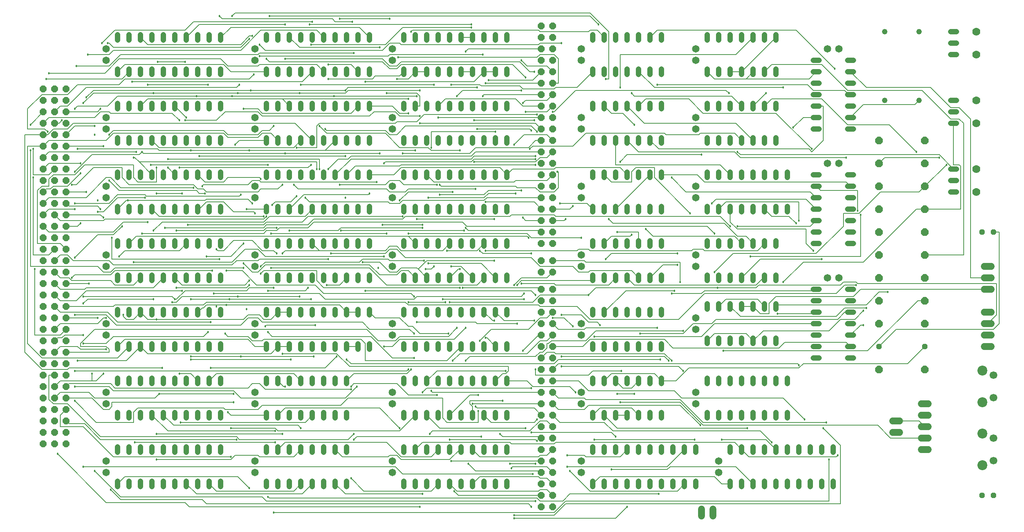
<source format=gbr>
G04 EAGLE Gerber RS-274X export*
G75*
%MOMM*%
%FSLAX34Y34*%
%LPD*%
%INBottom Copper*%
%IPPOS*%
%AMOC8*
5,1,8,0,0,1.08239X$1,22.5*%
G01*
%ADD10C,1.219200*%
%ADD11C,1.219200*%
%ADD12P,1.814519X8X22.500000*%
%ADD13P,1.814519X8X202.500000*%
%ADD14C,1.778000*%
%ADD15C,1.651000*%
%ADD16C,1.524000*%
%ADD17C,2.200000*%
%ADD18C,1.700000*%
%ADD19P,1.319650X8X202.500000*%
%ADD20P,1.319650X8X22.500000*%
%ADD21P,1.649562X8X292.500000*%
%ADD22P,1.649562X8X202.500000*%
%ADD23C,0.127000*%
%ADD24C,0.457200*%


D10*
X647700Y844804D02*
X647700Y856996D01*
X673100Y856996D02*
X673100Y844804D01*
X800100Y844804D02*
X800100Y856996D01*
X825500Y856996D02*
X825500Y844804D01*
X698500Y844804D02*
X698500Y856996D01*
X723900Y856996D02*
X723900Y844804D01*
X774700Y844804D02*
X774700Y856996D01*
X749300Y856996D02*
X749300Y844804D01*
X850900Y844804D02*
X850900Y856996D01*
X876300Y856996D02*
X876300Y844804D01*
X876300Y921004D02*
X876300Y933196D01*
X850900Y933196D02*
X850900Y921004D01*
X825500Y921004D02*
X825500Y933196D01*
X800100Y933196D02*
X800100Y921004D01*
X774700Y921004D02*
X774700Y933196D01*
X749300Y933196D02*
X749300Y921004D01*
X723900Y921004D02*
X723900Y933196D01*
X698500Y933196D02*
X698500Y921004D01*
X673100Y921004D02*
X673100Y933196D01*
X647700Y933196D02*
X647700Y921004D01*
X342900Y704596D02*
X342900Y692404D01*
X368300Y692404D02*
X368300Y704596D01*
X495300Y704596D02*
X495300Y692404D01*
X520700Y692404D02*
X520700Y704596D01*
X393700Y704596D02*
X393700Y692404D01*
X419100Y692404D02*
X419100Y704596D01*
X469900Y704596D02*
X469900Y692404D01*
X444500Y692404D02*
X444500Y704596D01*
X546100Y704596D02*
X546100Y692404D01*
X571500Y692404D02*
X571500Y704596D01*
X571500Y768604D02*
X571500Y780796D01*
X546100Y780796D02*
X546100Y768604D01*
X520700Y768604D02*
X520700Y780796D01*
X495300Y780796D02*
X495300Y768604D01*
X469900Y768604D02*
X469900Y780796D01*
X444500Y780796D02*
X444500Y768604D01*
X419100Y768604D02*
X419100Y780796D01*
X393700Y780796D02*
X393700Y768604D01*
X368300Y768604D02*
X368300Y780796D01*
X342900Y780796D02*
X342900Y768604D01*
X342900Y997204D02*
X342900Y1009396D01*
X368300Y1009396D02*
X368300Y997204D01*
X495300Y997204D02*
X495300Y1009396D01*
X520700Y1009396D02*
X520700Y997204D01*
X393700Y997204D02*
X393700Y1009396D01*
X419100Y1009396D02*
X419100Y997204D01*
X469900Y997204D02*
X469900Y1009396D01*
X444500Y1009396D02*
X444500Y997204D01*
X546100Y997204D02*
X546100Y1009396D01*
X571500Y1009396D02*
X571500Y997204D01*
X571500Y1073404D02*
X571500Y1085596D01*
X546100Y1085596D02*
X546100Y1073404D01*
X520700Y1073404D02*
X520700Y1085596D01*
X495300Y1085596D02*
X495300Y1073404D01*
X469900Y1073404D02*
X469900Y1085596D01*
X444500Y1085596D02*
X444500Y1073404D01*
X419100Y1073404D02*
X419100Y1085596D01*
X393700Y1085596D02*
X393700Y1073404D01*
X368300Y1073404D02*
X368300Y1085596D01*
X342900Y1085596D02*
X342900Y1073404D01*
X647700Y704596D02*
X647700Y692404D01*
X673100Y692404D02*
X673100Y704596D01*
X800100Y704596D02*
X800100Y692404D01*
X825500Y692404D02*
X825500Y704596D01*
X698500Y704596D02*
X698500Y692404D01*
X723900Y692404D02*
X723900Y704596D01*
X774700Y704596D02*
X774700Y692404D01*
X749300Y692404D02*
X749300Y704596D01*
X850900Y704596D02*
X850900Y692404D01*
X876300Y692404D02*
X876300Y704596D01*
X876300Y768604D02*
X876300Y780796D01*
X850900Y780796D02*
X850900Y768604D01*
X825500Y768604D02*
X825500Y780796D01*
X800100Y780796D02*
X800100Y768604D01*
X774700Y768604D02*
X774700Y780796D01*
X749300Y780796D02*
X749300Y768604D01*
X723900Y768604D02*
X723900Y780796D01*
X698500Y780796D02*
X698500Y768604D01*
X673100Y768604D02*
X673100Y780796D01*
X647700Y780796D02*
X647700Y768604D01*
X12700Y997204D02*
X12700Y1009396D01*
X38100Y1009396D02*
X38100Y997204D01*
X165100Y997204D02*
X165100Y1009396D01*
X190500Y1009396D02*
X190500Y997204D01*
X63500Y997204D02*
X63500Y1009396D01*
X88900Y1009396D02*
X88900Y997204D01*
X139700Y997204D02*
X139700Y1009396D01*
X114300Y1009396D02*
X114300Y997204D01*
X215900Y997204D02*
X215900Y1009396D01*
X241300Y1009396D02*
X241300Y997204D01*
X241300Y1073404D02*
X241300Y1085596D01*
X215900Y1085596D02*
X215900Y1073404D01*
X190500Y1073404D02*
X190500Y1085596D01*
X165100Y1085596D02*
X165100Y1073404D01*
X139700Y1073404D02*
X139700Y1085596D01*
X114300Y1085596D02*
X114300Y1073404D01*
X88900Y1073404D02*
X88900Y1085596D01*
X63500Y1085596D02*
X63500Y1073404D01*
X38100Y1073404D02*
X38100Y1085596D01*
X12700Y1085596D02*
X12700Y1073404D01*
X1066800Y94996D02*
X1066800Y82804D01*
X1092200Y82804D02*
X1092200Y94996D01*
X1219200Y94996D02*
X1219200Y82804D01*
X1244600Y82804D02*
X1244600Y94996D01*
X1117600Y94996D02*
X1117600Y82804D01*
X1143000Y82804D02*
X1143000Y94996D01*
X1193800Y94996D02*
X1193800Y82804D01*
X1168400Y82804D02*
X1168400Y94996D01*
X1270000Y94996D02*
X1270000Y82804D01*
X1295400Y82804D02*
X1295400Y94996D01*
X1295400Y159004D02*
X1295400Y171196D01*
X1270000Y171196D02*
X1270000Y159004D01*
X1244600Y159004D02*
X1244600Y171196D01*
X1219200Y171196D02*
X1219200Y159004D01*
X1193800Y159004D02*
X1193800Y171196D01*
X1168400Y171196D02*
X1168400Y159004D01*
X1143000Y159004D02*
X1143000Y171196D01*
X1117600Y171196D02*
X1117600Y159004D01*
X1092200Y159004D02*
X1092200Y171196D01*
X1066800Y171196D02*
X1066800Y159004D01*
X647700Y387604D02*
X647700Y399796D01*
X673100Y399796D02*
X673100Y387604D01*
X800100Y387604D02*
X800100Y399796D01*
X825500Y399796D02*
X825500Y387604D01*
X698500Y387604D02*
X698500Y399796D01*
X723900Y399796D02*
X723900Y387604D01*
X774700Y387604D02*
X774700Y399796D01*
X749300Y399796D02*
X749300Y387604D01*
X850900Y387604D02*
X850900Y399796D01*
X876300Y399796D02*
X876300Y387604D01*
X876300Y463804D02*
X876300Y475996D01*
X850900Y475996D02*
X850900Y463804D01*
X825500Y463804D02*
X825500Y475996D01*
X800100Y475996D02*
X800100Y463804D01*
X774700Y463804D02*
X774700Y475996D01*
X749300Y475996D02*
X749300Y463804D01*
X723900Y463804D02*
X723900Y475996D01*
X698500Y475996D02*
X698500Y463804D01*
X673100Y463804D02*
X673100Y475996D01*
X647700Y475996D02*
X647700Y463804D01*
X647700Y247396D02*
X647700Y235204D01*
X673100Y235204D02*
X673100Y247396D01*
X800100Y247396D02*
X800100Y235204D01*
X825500Y235204D02*
X825500Y247396D01*
X698500Y247396D02*
X698500Y235204D01*
X723900Y235204D02*
X723900Y247396D01*
X774700Y247396D02*
X774700Y235204D01*
X749300Y235204D02*
X749300Y247396D01*
X850900Y247396D02*
X850900Y235204D01*
X876300Y235204D02*
X876300Y247396D01*
X876300Y311404D02*
X876300Y323596D01*
X850900Y323596D02*
X850900Y311404D01*
X825500Y311404D02*
X825500Y323596D01*
X800100Y323596D02*
X800100Y311404D01*
X774700Y311404D02*
X774700Y323596D01*
X749300Y323596D02*
X749300Y311404D01*
X723900Y311404D02*
X723900Y323596D01*
X698500Y323596D02*
X698500Y311404D01*
X673100Y311404D02*
X673100Y323596D01*
X647700Y323596D02*
X647700Y311404D01*
X1320800Y247396D02*
X1320800Y235204D01*
X1346200Y235204D02*
X1346200Y247396D01*
X1473200Y247396D02*
X1473200Y235204D01*
X1498600Y235204D02*
X1498600Y247396D01*
X1371600Y247396D02*
X1371600Y235204D01*
X1397000Y235204D02*
X1397000Y247396D01*
X1447800Y247396D02*
X1447800Y235204D01*
X1422400Y235204D02*
X1422400Y247396D01*
X1498600Y311404D02*
X1498600Y323596D01*
X1473200Y323596D02*
X1473200Y311404D01*
X1447800Y311404D02*
X1447800Y323596D01*
X1422400Y323596D02*
X1422400Y311404D01*
X1397000Y311404D02*
X1397000Y323596D01*
X1371600Y323596D02*
X1371600Y311404D01*
X1346200Y311404D02*
X1346200Y323596D01*
X1320800Y323596D02*
X1320800Y311404D01*
X1320800Y692404D02*
X1320800Y704596D01*
X1346200Y704596D02*
X1346200Y692404D01*
X1473200Y692404D02*
X1473200Y704596D01*
X1498600Y704596D02*
X1498600Y692404D01*
X1371600Y692404D02*
X1371600Y704596D01*
X1397000Y704596D02*
X1397000Y692404D01*
X1447800Y692404D02*
X1447800Y704596D01*
X1422400Y704596D02*
X1422400Y692404D01*
X1498600Y768604D02*
X1498600Y780796D01*
X1473200Y780796D02*
X1473200Y768604D01*
X1447800Y768604D02*
X1447800Y780796D01*
X1422400Y780796D02*
X1422400Y768604D01*
X1397000Y768604D02*
X1397000Y780796D01*
X1371600Y780796D02*
X1371600Y768604D01*
X1346200Y768604D02*
X1346200Y780796D01*
X1320800Y780796D02*
X1320800Y768604D01*
X1371600Y94996D02*
X1371600Y82804D01*
X1397000Y82804D02*
X1397000Y94996D01*
X1524000Y94996D02*
X1524000Y82804D01*
X1549400Y82804D02*
X1549400Y94996D01*
X1422400Y94996D02*
X1422400Y82804D01*
X1447800Y82804D02*
X1447800Y94996D01*
X1498600Y94996D02*
X1498600Y82804D01*
X1473200Y82804D02*
X1473200Y94996D01*
X1574800Y94996D02*
X1574800Y82804D01*
X1600200Y82804D02*
X1600200Y94996D01*
X1600200Y159004D02*
X1600200Y171196D01*
X1574800Y171196D02*
X1574800Y159004D01*
X1549400Y159004D02*
X1549400Y171196D01*
X1524000Y171196D02*
X1524000Y159004D01*
X1498600Y159004D02*
X1498600Y171196D01*
X1473200Y171196D02*
X1473200Y159004D01*
X1447800Y159004D02*
X1447800Y171196D01*
X1422400Y171196D02*
X1422400Y159004D01*
X1397000Y159004D02*
X1397000Y171196D01*
X1371600Y171196D02*
X1371600Y159004D01*
X12700Y235204D02*
X12700Y247396D01*
X38100Y247396D02*
X38100Y235204D01*
X165100Y235204D02*
X165100Y247396D01*
X190500Y247396D02*
X190500Y235204D01*
X63500Y235204D02*
X63500Y247396D01*
X88900Y247396D02*
X88900Y235204D01*
X139700Y235204D02*
X139700Y247396D01*
X114300Y247396D02*
X114300Y235204D01*
X215900Y235204D02*
X215900Y247396D01*
X241300Y247396D02*
X241300Y235204D01*
X241300Y311404D02*
X241300Y323596D01*
X215900Y323596D02*
X215900Y311404D01*
X190500Y311404D02*
X190500Y323596D01*
X165100Y323596D02*
X165100Y311404D01*
X139700Y311404D02*
X139700Y323596D01*
X114300Y323596D02*
X114300Y311404D01*
X88900Y311404D02*
X88900Y323596D01*
X63500Y323596D02*
X63500Y311404D01*
X38100Y311404D02*
X38100Y323596D01*
X12700Y323596D02*
X12700Y311404D01*
X342900Y94996D02*
X342900Y82804D01*
X368300Y82804D02*
X368300Y94996D01*
X495300Y94996D02*
X495300Y82804D01*
X520700Y82804D02*
X520700Y94996D01*
X393700Y94996D02*
X393700Y82804D01*
X419100Y82804D02*
X419100Y94996D01*
X469900Y94996D02*
X469900Y82804D01*
X444500Y82804D02*
X444500Y94996D01*
X520700Y159004D02*
X520700Y171196D01*
X495300Y171196D02*
X495300Y159004D01*
X469900Y159004D02*
X469900Y171196D01*
X444500Y171196D02*
X444500Y159004D01*
X419100Y159004D02*
X419100Y171196D01*
X393700Y171196D02*
X393700Y159004D01*
X368300Y159004D02*
X368300Y171196D01*
X342900Y171196D02*
X342900Y159004D01*
X342900Y235204D02*
X342900Y247396D01*
X368300Y247396D02*
X368300Y235204D01*
X495300Y235204D02*
X495300Y247396D01*
X520700Y247396D02*
X520700Y235204D01*
X393700Y235204D02*
X393700Y247396D01*
X419100Y247396D02*
X419100Y235204D01*
X469900Y235204D02*
X469900Y247396D01*
X444500Y247396D02*
X444500Y235204D01*
X520700Y311404D02*
X520700Y323596D01*
X495300Y323596D02*
X495300Y311404D01*
X469900Y311404D02*
X469900Y323596D01*
X444500Y323596D02*
X444500Y311404D01*
X419100Y311404D02*
X419100Y323596D01*
X393700Y323596D02*
X393700Y311404D01*
X368300Y311404D02*
X368300Y323596D01*
X342900Y323596D02*
X342900Y311404D01*
X12700Y94996D02*
X12700Y82804D01*
X38100Y82804D02*
X38100Y94996D01*
X165100Y94996D02*
X165100Y82804D01*
X190500Y82804D02*
X190500Y94996D01*
X63500Y94996D02*
X63500Y82804D01*
X88900Y82804D02*
X88900Y94996D01*
X139700Y94996D02*
X139700Y82804D01*
X114300Y82804D02*
X114300Y94996D01*
X215900Y94996D02*
X215900Y82804D01*
X241300Y82804D02*
X241300Y94996D01*
X241300Y159004D02*
X241300Y171196D01*
X215900Y171196D02*
X215900Y159004D01*
X190500Y159004D02*
X190500Y171196D01*
X165100Y171196D02*
X165100Y159004D01*
X139700Y159004D02*
X139700Y171196D01*
X114300Y171196D02*
X114300Y159004D01*
X88900Y159004D02*
X88900Y171196D01*
X63500Y171196D02*
X63500Y159004D01*
X38100Y159004D02*
X38100Y171196D01*
X12700Y171196D02*
X12700Y159004D01*
X1556004Y520700D02*
X1568196Y520700D01*
X1568196Y495300D02*
X1556004Y495300D01*
X1556004Y368300D02*
X1568196Y368300D01*
X1632204Y368300D02*
X1644396Y368300D01*
X1568196Y469900D02*
X1556004Y469900D01*
X1556004Y444500D02*
X1568196Y444500D01*
X1568196Y393700D02*
X1556004Y393700D01*
X1556004Y419100D02*
X1568196Y419100D01*
X1632204Y393700D02*
X1644396Y393700D01*
X1644396Y419100D02*
X1632204Y419100D01*
X1632204Y444500D02*
X1644396Y444500D01*
X1644396Y469900D02*
X1632204Y469900D01*
X1632204Y495300D02*
X1644396Y495300D01*
X1644396Y520700D02*
X1632204Y520700D01*
X1066800Y247396D02*
X1066800Y235204D01*
X1092200Y235204D02*
X1092200Y247396D01*
X1219200Y247396D02*
X1219200Y235204D01*
X1219200Y311404D02*
X1219200Y323596D01*
X1117600Y247396D02*
X1117600Y235204D01*
X1143000Y235204D02*
X1143000Y247396D01*
X1193800Y247396D02*
X1193800Y235204D01*
X1168400Y235204D02*
X1168400Y247396D01*
X1193800Y311404D02*
X1193800Y323596D01*
X1168400Y323596D02*
X1168400Y311404D01*
X1143000Y311404D02*
X1143000Y323596D01*
X1117600Y323596D02*
X1117600Y311404D01*
X1092200Y311404D02*
X1092200Y323596D01*
X1066800Y323596D02*
X1066800Y311404D01*
X1066800Y387604D02*
X1066800Y399796D01*
X1092200Y399796D02*
X1092200Y387604D01*
X1219200Y387604D02*
X1219200Y399796D01*
X1219200Y463804D02*
X1219200Y475996D01*
X1117600Y399796D02*
X1117600Y387604D01*
X1143000Y387604D02*
X1143000Y399796D01*
X1193800Y399796D02*
X1193800Y387604D01*
X1168400Y387604D02*
X1168400Y399796D01*
X1193800Y463804D02*
X1193800Y475996D01*
X1168400Y475996D02*
X1168400Y463804D01*
X1143000Y463804D02*
X1143000Y475996D01*
X1117600Y475996D02*
X1117600Y463804D01*
X1092200Y463804D02*
X1092200Y475996D01*
X1066800Y475996D02*
X1066800Y463804D01*
D11*
X1714500Y1092200D03*
X1714500Y939800D03*
X1790700Y939800D03*
X1790700Y1092200D03*
D10*
X647700Y94996D02*
X647700Y82804D01*
X673100Y82804D02*
X673100Y94996D01*
X800100Y94996D02*
X800100Y82804D01*
X825500Y82804D02*
X825500Y94996D01*
X698500Y94996D02*
X698500Y82804D01*
X723900Y82804D02*
X723900Y94996D01*
X774700Y94996D02*
X774700Y82804D01*
X749300Y82804D02*
X749300Y94996D01*
X850900Y94996D02*
X850900Y82804D01*
X876300Y82804D02*
X876300Y94996D01*
X876300Y159004D02*
X876300Y171196D01*
X850900Y171196D02*
X850900Y159004D01*
X825500Y159004D02*
X825500Y171196D01*
X800100Y171196D02*
X800100Y159004D01*
X774700Y159004D02*
X774700Y171196D01*
X749300Y171196D02*
X749300Y159004D01*
X723900Y159004D02*
X723900Y171196D01*
X698500Y171196D02*
X698500Y159004D01*
X673100Y159004D02*
X673100Y171196D01*
X647700Y171196D02*
X647700Y159004D01*
X1066800Y844804D02*
X1066800Y856996D01*
X1092200Y856996D02*
X1092200Y844804D01*
X1219200Y844804D02*
X1219200Y856996D01*
X1219200Y921004D02*
X1219200Y933196D01*
X1117600Y856996D02*
X1117600Y844804D01*
X1143000Y844804D02*
X1143000Y856996D01*
X1193800Y856996D02*
X1193800Y844804D01*
X1168400Y844804D02*
X1168400Y856996D01*
X1193800Y921004D02*
X1193800Y933196D01*
X1168400Y933196D02*
X1168400Y921004D01*
X1143000Y921004D02*
X1143000Y933196D01*
X1117600Y933196D02*
X1117600Y921004D01*
X1092200Y921004D02*
X1092200Y933196D01*
X1066800Y933196D02*
X1066800Y921004D01*
X1556004Y1028700D02*
X1568196Y1028700D01*
X1568196Y1003300D02*
X1556004Y1003300D01*
X1556004Y876300D02*
X1568196Y876300D01*
X1632204Y876300D02*
X1644396Y876300D01*
X1568196Y977900D02*
X1556004Y977900D01*
X1556004Y952500D02*
X1568196Y952500D01*
X1568196Y901700D02*
X1556004Y901700D01*
X1556004Y927100D02*
X1568196Y927100D01*
X1632204Y901700D02*
X1644396Y901700D01*
X1644396Y927100D02*
X1632204Y927100D01*
X1632204Y952500D02*
X1644396Y952500D01*
X1644396Y977900D02*
X1632204Y977900D01*
X1632204Y1003300D02*
X1644396Y1003300D01*
X1644396Y1028700D02*
X1632204Y1028700D01*
D12*
X1701800Y647700D03*
X1803400Y647700D03*
D13*
X1803400Y596900D03*
X1701800Y596900D03*
D10*
X1066800Y552196D02*
X1066800Y540004D01*
X1092200Y540004D02*
X1092200Y552196D01*
X1219200Y552196D02*
X1219200Y540004D01*
X1219200Y616204D02*
X1219200Y628396D01*
X1117600Y552196D02*
X1117600Y540004D01*
X1143000Y540004D02*
X1143000Y552196D01*
X1193800Y552196D02*
X1193800Y540004D01*
X1168400Y540004D02*
X1168400Y552196D01*
X1193800Y616204D02*
X1193800Y628396D01*
X1168400Y628396D02*
X1168400Y616204D01*
X1143000Y616204D02*
X1143000Y628396D01*
X1117600Y628396D02*
X1117600Y616204D01*
X1092200Y616204D02*
X1092200Y628396D01*
X1066800Y628396D02*
X1066800Y616204D01*
X1320800Y412496D02*
X1320800Y400304D01*
X1346200Y400304D02*
X1346200Y412496D01*
X1473200Y412496D02*
X1473200Y400304D01*
X1473200Y476504D02*
X1473200Y488696D01*
X1371600Y412496D02*
X1371600Y400304D01*
X1397000Y400304D02*
X1397000Y412496D01*
X1447800Y412496D02*
X1447800Y400304D01*
X1422400Y400304D02*
X1422400Y412496D01*
X1447800Y476504D02*
X1447800Y488696D01*
X1422400Y488696D02*
X1422400Y476504D01*
X1397000Y476504D02*
X1397000Y488696D01*
X1371600Y488696D02*
X1371600Y476504D01*
X1346200Y476504D02*
X1346200Y488696D01*
X1320800Y488696D02*
X1320800Y476504D01*
D12*
X1701800Y850900D03*
X1803400Y850900D03*
X1701800Y800100D03*
X1803400Y800100D03*
D10*
X1860804Y1092200D02*
X1872996Y1092200D01*
X1872996Y1066800D02*
X1860804Y1066800D01*
X1860804Y1041400D02*
X1872996Y1041400D01*
D14*
X1917700Y1092200D03*
X1917700Y1041400D03*
D12*
X1701800Y749300D03*
X1803400Y749300D03*
D13*
X1803400Y698500D03*
X1701800Y698500D03*
D10*
X1860804Y939800D02*
X1872996Y939800D01*
X1872996Y914400D02*
X1860804Y914400D01*
X1860804Y889000D02*
X1872996Y889000D01*
D14*
X1917700Y939800D03*
X1917700Y889000D03*
D10*
X1568196Y774700D02*
X1556004Y774700D01*
X1556004Y749300D02*
X1568196Y749300D01*
X1568196Y622300D02*
X1556004Y622300D01*
X1632204Y622300D02*
X1644396Y622300D01*
X1568196Y723900D02*
X1556004Y723900D01*
X1556004Y698500D02*
X1568196Y698500D01*
X1568196Y647700D02*
X1556004Y647700D01*
X1556004Y673100D02*
X1568196Y673100D01*
X1632204Y647700D02*
X1644396Y647700D01*
X1644396Y673100D02*
X1632204Y673100D01*
X1632204Y698500D02*
X1644396Y698500D01*
X1644396Y723900D02*
X1632204Y723900D01*
X1632204Y749300D02*
X1644396Y749300D01*
X1644396Y774700D02*
X1632204Y774700D01*
X1320800Y997204D02*
X1320800Y1009396D01*
X1346200Y1009396D02*
X1346200Y997204D01*
X1473200Y997204D02*
X1473200Y1009396D01*
X1473200Y1073404D02*
X1473200Y1085596D01*
X1371600Y1009396D02*
X1371600Y997204D01*
X1397000Y997204D02*
X1397000Y1009396D01*
X1447800Y1009396D02*
X1447800Y997204D01*
X1422400Y997204D02*
X1422400Y1009396D01*
X1447800Y1073404D02*
X1447800Y1085596D01*
X1422400Y1085596D02*
X1422400Y1073404D01*
X1397000Y1073404D02*
X1397000Y1085596D01*
X1371600Y1085596D02*
X1371600Y1073404D01*
X1346200Y1073404D02*
X1346200Y1085596D01*
X1320800Y1085596D02*
X1320800Y1073404D01*
X647700Y1009396D02*
X647700Y997204D01*
X673100Y997204D02*
X673100Y1009396D01*
X800100Y1009396D02*
X800100Y997204D01*
X825500Y997204D02*
X825500Y1009396D01*
X698500Y1009396D02*
X698500Y997204D01*
X723900Y997204D02*
X723900Y1009396D01*
X774700Y1009396D02*
X774700Y997204D01*
X749300Y997204D02*
X749300Y1009396D01*
X850900Y1009396D02*
X850900Y997204D01*
X876300Y997204D02*
X876300Y1009396D01*
X876300Y1073404D02*
X876300Y1085596D01*
X850900Y1085596D02*
X850900Y1073404D01*
X825500Y1073404D02*
X825500Y1085596D01*
X800100Y1085596D02*
X800100Y1073404D01*
X774700Y1073404D02*
X774700Y1085596D01*
X749300Y1085596D02*
X749300Y1073404D01*
X723900Y1073404D02*
X723900Y1085596D01*
X698500Y1085596D02*
X698500Y1073404D01*
X673100Y1073404D02*
X673100Y1085596D01*
X647700Y1085596D02*
X647700Y1073404D01*
X342900Y856996D02*
X342900Y844804D01*
X368300Y844804D02*
X368300Y856996D01*
X495300Y856996D02*
X495300Y844804D01*
X520700Y844804D02*
X520700Y856996D01*
X393700Y856996D02*
X393700Y844804D01*
X419100Y844804D02*
X419100Y856996D01*
X469900Y856996D02*
X469900Y844804D01*
X444500Y844804D02*
X444500Y856996D01*
X546100Y856996D02*
X546100Y844804D01*
X571500Y844804D02*
X571500Y856996D01*
X571500Y921004D02*
X571500Y933196D01*
X546100Y933196D02*
X546100Y921004D01*
X520700Y921004D02*
X520700Y933196D01*
X495300Y933196D02*
X495300Y921004D01*
X469900Y921004D02*
X469900Y933196D01*
X444500Y933196D02*
X444500Y921004D01*
X419100Y921004D02*
X419100Y933196D01*
X393700Y933196D02*
X393700Y921004D01*
X368300Y921004D02*
X368300Y933196D01*
X342900Y933196D02*
X342900Y921004D01*
X1066800Y997204D02*
X1066800Y1009396D01*
X1092200Y1009396D02*
X1092200Y997204D01*
X1219200Y997204D02*
X1219200Y1009396D01*
X1219200Y1073404D02*
X1219200Y1085596D01*
X1117600Y1009396D02*
X1117600Y997204D01*
X1143000Y997204D02*
X1143000Y1009396D01*
X1193800Y1009396D02*
X1193800Y997204D01*
X1168400Y997204D02*
X1168400Y1009396D01*
X1193800Y1073404D02*
X1193800Y1085596D01*
X1168400Y1085596D02*
X1168400Y1073404D01*
X1143000Y1073404D02*
X1143000Y1085596D01*
X1117600Y1085596D02*
X1117600Y1073404D01*
X1092200Y1073404D02*
X1092200Y1085596D01*
X1066800Y1085596D02*
X1066800Y1073404D01*
X1320800Y552196D02*
X1320800Y540004D01*
X1346200Y540004D02*
X1346200Y552196D01*
X1473200Y552196D02*
X1473200Y540004D01*
X1473200Y616204D02*
X1473200Y628396D01*
X1371600Y552196D02*
X1371600Y540004D01*
X1397000Y540004D02*
X1397000Y552196D01*
X1447800Y552196D02*
X1447800Y540004D01*
X1422400Y540004D02*
X1422400Y552196D01*
X1447800Y616204D02*
X1447800Y628396D01*
X1422400Y628396D02*
X1422400Y616204D01*
X1397000Y616204D02*
X1397000Y628396D01*
X1371600Y628396D02*
X1371600Y616204D01*
X1346200Y616204D02*
X1346200Y628396D01*
X1320800Y628396D02*
X1320800Y616204D01*
X12700Y844804D02*
X12700Y856996D01*
X38100Y856996D02*
X38100Y844804D01*
X165100Y844804D02*
X165100Y856996D01*
X190500Y856996D02*
X190500Y844804D01*
X63500Y844804D02*
X63500Y856996D01*
X88900Y856996D02*
X88900Y844804D01*
X139700Y844804D02*
X139700Y856996D01*
X114300Y856996D02*
X114300Y844804D01*
X215900Y844804D02*
X215900Y856996D01*
X241300Y856996D02*
X241300Y844804D01*
X241300Y921004D02*
X241300Y933196D01*
X215900Y933196D02*
X215900Y921004D01*
X190500Y921004D02*
X190500Y933196D01*
X165100Y933196D02*
X165100Y921004D01*
X139700Y921004D02*
X139700Y933196D01*
X114300Y933196D02*
X114300Y921004D01*
X88900Y921004D02*
X88900Y933196D01*
X63500Y933196D02*
X63500Y921004D01*
X38100Y921004D02*
X38100Y933196D01*
X12700Y933196D02*
X12700Y921004D01*
X12700Y704596D02*
X12700Y692404D01*
X38100Y692404D02*
X38100Y704596D01*
X165100Y704596D02*
X165100Y692404D01*
X190500Y692404D02*
X190500Y704596D01*
X63500Y704596D02*
X63500Y692404D01*
X88900Y692404D02*
X88900Y704596D01*
X139700Y704596D02*
X139700Y692404D01*
X114300Y692404D02*
X114300Y704596D01*
X215900Y704596D02*
X215900Y692404D01*
X241300Y692404D02*
X241300Y704596D01*
X241300Y768604D02*
X241300Y780796D01*
X215900Y780796D02*
X215900Y768604D01*
X190500Y768604D02*
X190500Y780796D01*
X165100Y780796D02*
X165100Y768604D01*
X139700Y768604D02*
X139700Y780796D01*
X114300Y780796D02*
X114300Y768604D01*
X88900Y768604D02*
X88900Y780796D01*
X63500Y780796D02*
X63500Y768604D01*
X38100Y768604D02*
X38100Y780796D01*
X12700Y780796D02*
X12700Y768604D01*
X12700Y552196D02*
X12700Y540004D01*
X38100Y540004D02*
X38100Y552196D01*
X165100Y552196D02*
X165100Y540004D01*
X190500Y540004D02*
X190500Y552196D01*
X63500Y552196D02*
X63500Y540004D01*
X88900Y540004D02*
X88900Y552196D01*
X139700Y552196D02*
X139700Y540004D01*
X114300Y540004D02*
X114300Y552196D01*
X215900Y552196D02*
X215900Y540004D01*
X241300Y540004D02*
X241300Y552196D01*
X241300Y616204D02*
X241300Y628396D01*
X215900Y628396D02*
X215900Y616204D01*
X190500Y616204D02*
X190500Y628396D01*
X165100Y628396D02*
X165100Y616204D01*
X139700Y616204D02*
X139700Y628396D01*
X114300Y628396D02*
X114300Y616204D01*
X88900Y616204D02*
X88900Y628396D01*
X63500Y628396D02*
X63500Y616204D01*
X38100Y616204D02*
X38100Y628396D01*
X12700Y628396D02*
X12700Y616204D01*
D15*
X1041400Y139700D03*
X1041400Y114300D03*
X1041400Y292100D03*
X1041400Y266700D03*
X1041400Y444500D03*
X1041400Y419100D03*
X317500Y139700D03*
X317500Y114300D03*
X1295400Y749300D03*
X1295400Y723900D03*
X1295400Y457200D03*
X1295400Y431800D03*
X1041400Y749300D03*
X1041400Y723900D03*
X1041400Y901700D03*
X1041400Y876300D03*
X622300Y571500D03*
X622300Y596900D03*
X317500Y444500D03*
X317500Y419100D03*
X622300Y1054100D03*
X622300Y1028700D03*
X317500Y292100D03*
X317500Y266700D03*
X622300Y723900D03*
X622300Y749300D03*
X622300Y114300D03*
X622300Y139700D03*
X317500Y596900D03*
X317500Y571500D03*
X317500Y749300D03*
X317500Y723900D03*
X622300Y901700D03*
X622300Y876300D03*
X317500Y901700D03*
X317500Y876300D03*
X-12700Y1054100D03*
X-12700Y1028700D03*
X317500Y1054100D03*
X317500Y1028700D03*
X-12700Y901700D03*
X-12700Y876300D03*
X-12700Y749300D03*
X-12700Y723900D03*
X-12700Y596900D03*
X-12700Y571500D03*
X-12700Y444500D03*
X-12700Y419100D03*
D10*
X12700Y399796D02*
X12700Y387604D01*
X38100Y387604D02*
X38100Y399796D01*
X165100Y399796D02*
X165100Y387604D01*
X190500Y387604D02*
X190500Y399796D01*
X63500Y399796D02*
X63500Y387604D01*
X88900Y387604D02*
X88900Y399796D01*
X139700Y399796D02*
X139700Y387604D01*
X114300Y387604D02*
X114300Y399796D01*
X215900Y399796D02*
X215900Y387604D01*
X241300Y387604D02*
X241300Y399796D01*
X241300Y463804D02*
X241300Y475996D01*
X215900Y475996D02*
X215900Y463804D01*
X190500Y463804D02*
X190500Y475996D01*
X165100Y475996D02*
X165100Y463804D01*
X139700Y463804D02*
X139700Y475996D01*
X114300Y475996D02*
X114300Y463804D01*
X88900Y463804D02*
X88900Y475996D01*
X63500Y475996D02*
X63500Y463804D01*
X38100Y463804D02*
X38100Y475996D01*
X12700Y475996D02*
X12700Y463804D01*
X342900Y399796D02*
X342900Y387604D01*
X368300Y387604D02*
X368300Y399796D01*
X495300Y399796D02*
X495300Y387604D01*
X520700Y387604D02*
X520700Y399796D01*
X393700Y399796D02*
X393700Y387604D01*
X419100Y387604D02*
X419100Y399796D01*
X469900Y399796D02*
X469900Y387604D01*
X444500Y387604D02*
X444500Y399796D01*
X546100Y399796D02*
X546100Y387604D01*
X571500Y387604D02*
X571500Y399796D01*
X571500Y463804D02*
X571500Y475996D01*
X546100Y475996D02*
X546100Y463804D01*
X520700Y463804D02*
X520700Y475996D01*
X495300Y475996D02*
X495300Y463804D01*
X469900Y463804D02*
X469900Y475996D01*
X444500Y475996D02*
X444500Y463804D01*
X419100Y463804D02*
X419100Y475996D01*
X393700Y475996D02*
X393700Y463804D01*
X368300Y463804D02*
X368300Y475996D01*
X342900Y475996D02*
X342900Y463804D01*
D15*
X1295400Y596900D03*
X1295400Y571500D03*
X1041400Y596900D03*
X1041400Y571500D03*
X-12700Y292100D03*
X-12700Y266700D03*
X-12700Y139700D03*
X-12700Y114300D03*
X622300Y444500D03*
X622300Y419100D03*
X1295400Y292100D03*
X1295400Y266700D03*
X1587500Y1054100D03*
X1612900Y1054100D03*
X1295400Y1054100D03*
X1295400Y1028700D03*
X1295400Y901700D03*
X1295400Y876300D03*
X1041400Y1054100D03*
X1041400Y1028700D03*
D10*
X1860804Y787400D02*
X1872996Y787400D01*
X1872996Y762000D02*
X1860804Y762000D01*
X1860804Y736600D02*
X1872996Y736600D01*
D14*
X1917700Y787400D03*
X1917700Y736600D03*
D10*
X1066800Y704596D02*
X1066800Y692404D01*
X1092200Y692404D02*
X1092200Y704596D01*
X1219200Y704596D02*
X1219200Y692404D01*
X1219200Y768604D02*
X1219200Y780796D01*
X1117600Y704596D02*
X1117600Y692404D01*
X1143000Y692404D02*
X1143000Y704596D01*
X1193800Y704596D02*
X1193800Y692404D01*
X1168400Y692404D02*
X1168400Y704596D01*
X1193800Y768604D02*
X1193800Y780796D01*
X1168400Y780796D02*
X1168400Y768604D01*
X1143000Y768604D02*
X1143000Y780796D01*
X1117600Y780796D02*
X1117600Y768604D01*
X1092200Y768604D02*
X1092200Y780796D01*
X1066800Y780796D02*
X1066800Y768604D01*
D16*
X1795780Y165100D02*
X1811020Y165100D01*
X1811020Y190500D02*
X1795780Y190500D01*
X1795780Y215900D02*
X1811020Y215900D01*
X1811020Y241300D02*
X1795780Y241300D01*
X1795780Y266700D02*
X1811020Y266700D01*
D15*
X1346200Y139700D03*
X1346200Y114300D03*
D12*
X1701800Y546100D03*
X1803400Y546100D03*
D10*
X1320800Y844804D02*
X1320800Y856996D01*
X1346200Y856996D02*
X1346200Y844804D01*
X1473200Y844804D02*
X1473200Y856996D01*
X1473200Y921004D02*
X1473200Y933196D01*
X1371600Y856996D02*
X1371600Y844804D01*
X1397000Y844804D02*
X1397000Y856996D01*
X1447800Y856996D02*
X1447800Y844804D01*
X1422400Y844804D02*
X1422400Y856996D01*
X1447800Y921004D02*
X1447800Y933196D01*
X1422400Y933196D02*
X1422400Y921004D01*
X1397000Y921004D02*
X1397000Y933196D01*
X1371600Y933196D02*
X1371600Y921004D01*
X1346200Y921004D02*
X1346200Y933196D01*
X1320800Y933196D02*
X1320800Y921004D01*
D17*
X1930800Y269800D03*
X1930800Y339800D03*
D18*
X1955800Y279800D03*
X1955800Y329800D03*
D13*
X1803400Y444500D03*
X1701800Y444500D03*
D17*
X1930800Y130100D03*
X1930800Y200100D03*
D18*
X1955800Y140100D03*
X1955800Y190100D03*
D13*
X1803400Y495300D03*
X1701800Y495300D03*
D19*
X1955800Y647700D03*
X1930400Y647700D03*
D20*
X1701800Y393700D03*
X1803400Y393700D03*
D15*
X622300Y266700D03*
X622300Y292100D03*
D21*
X952500Y1104900D03*
X952500Y1079500D03*
X952500Y1054100D03*
X952500Y1028700D03*
X952500Y1003300D03*
X952500Y977900D03*
X977900Y1104900D03*
X977900Y1079500D03*
X977900Y1054100D03*
X977900Y1028700D03*
X977900Y1003300D03*
X977900Y977900D03*
X952500Y952500D03*
X977900Y952500D03*
X952500Y927100D03*
X952500Y901700D03*
X952500Y876300D03*
X952500Y850900D03*
X952500Y825500D03*
X952500Y800100D03*
X977900Y927100D03*
X977900Y901700D03*
X977900Y876300D03*
X977900Y850900D03*
X977900Y825500D03*
X977900Y800100D03*
X952500Y774700D03*
X977900Y774700D03*
X952500Y749300D03*
X952500Y723900D03*
X952500Y698500D03*
X952500Y673100D03*
X952500Y647700D03*
X952500Y622300D03*
X977900Y749300D03*
X977900Y723900D03*
X977900Y698500D03*
X977900Y673100D03*
X977900Y647700D03*
X977900Y622300D03*
X952500Y520700D03*
X952500Y495300D03*
X952500Y469900D03*
X952500Y444500D03*
X952500Y419100D03*
X952500Y393700D03*
X977900Y520700D03*
X977900Y495300D03*
X977900Y469900D03*
X977900Y444500D03*
X977900Y419100D03*
X977900Y393700D03*
X952500Y368300D03*
X977900Y368300D03*
X952500Y342900D03*
X952500Y317500D03*
X952500Y292100D03*
X952500Y266700D03*
X952500Y241300D03*
X952500Y215900D03*
X977900Y342900D03*
X977900Y317500D03*
X977900Y292100D03*
X977900Y266700D03*
X977900Y241300D03*
X977900Y215900D03*
X952500Y190500D03*
X977900Y190500D03*
X952500Y165100D03*
X952500Y139700D03*
X952500Y114300D03*
X952500Y88900D03*
X952500Y63500D03*
X952500Y38100D03*
X977900Y165100D03*
X977900Y139700D03*
X977900Y114300D03*
X977900Y88900D03*
X977900Y63500D03*
X977900Y38100D03*
X952500Y584200D03*
X977900Y584200D03*
X952500Y558800D03*
X977900Y558800D03*
D10*
X647700Y552196D02*
X647700Y540004D01*
X673100Y540004D02*
X673100Y552196D01*
X800100Y552196D02*
X800100Y540004D01*
X825500Y540004D02*
X825500Y552196D01*
X698500Y552196D02*
X698500Y540004D01*
X723900Y540004D02*
X723900Y552196D01*
X774700Y552196D02*
X774700Y540004D01*
X749300Y540004D02*
X749300Y552196D01*
X850900Y552196D02*
X850900Y540004D01*
X876300Y540004D02*
X876300Y552196D01*
X876300Y616204D02*
X876300Y628396D01*
X850900Y628396D02*
X850900Y616204D01*
X825500Y616204D02*
X825500Y628396D01*
X800100Y628396D02*
X800100Y616204D01*
X774700Y616204D02*
X774700Y628396D01*
X749300Y628396D02*
X749300Y616204D01*
X723900Y616204D02*
X723900Y628396D01*
X698500Y628396D02*
X698500Y616204D01*
X673100Y616204D02*
X673100Y628396D01*
X647700Y628396D02*
X647700Y616204D01*
D16*
X1935480Y520700D02*
X1950720Y520700D01*
X1950720Y546100D02*
X1935480Y546100D01*
X1935480Y571500D02*
X1950720Y571500D01*
X1747520Y203200D02*
X1732280Y203200D01*
X1732280Y228600D02*
X1747520Y228600D01*
D10*
X342900Y540004D02*
X342900Y552196D01*
X368300Y552196D02*
X368300Y540004D01*
X495300Y540004D02*
X495300Y552196D01*
X520700Y552196D02*
X520700Y540004D01*
X393700Y540004D02*
X393700Y552196D01*
X419100Y552196D02*
X419100Y540004D01*
X469900Y540004D02*
X469900Y552196D01*
X444500Y552196D02*
X444500Y540004D01*
X546100Y540004D02*
X546100Y552196D01*
X571500Y552196D02*
X571500Y540004D01*
X571500Y616204D02*
X571500Y628396D01*
X546100Y628396D02*
X546100Y616204D01*
X520700Y616204D02*
X520700Y628396D01*
X495300Y628396D02*
X495300Y616204D01*
X469900Y616204D02*
X469900Y628396D01*
X444500Y628396D02*
X444500Y616204D01*
X419100Y616204D02*
X419100Y628396D01*
X393700Y628396D02*
X393700Y616204D01*
X368300Y616204D02*
X368300Y628396D01*
X342900Y628396D02*
X342900Y616204D01*
D16*
X1308100Y33020D02*
X1308100Y17780D01*
X1333500Y17780D02*
X1333500Y33020D01*
D22*
X-152400Y177800D03*
X-152400Y203200D03*
X-152400Y228600D03*
X-152400Y254000D03*
X-152400Y279400D03*
X-152400Y304800D03*
X-152400Y330200D03*
X-152400Y355600D03*
X-152400Y381000D03*
X-152400Y406400D03*
X-152400Y431800D03*
X-152400Y457200D03*
X-152400Y482600D03*
X-152400Y508000D03*
X-152400Y533400D03*
X-152400Y558800D03*
X-127000Y177800D03*
X-127000Y203200D03*
X-127000Y228600D03*
X-127000Y254000D03*
X-127000Y279400D03*
X-127000Y304800D03*
X-127000Y330200D03*
X-127000Y355600D03*
X-127000Y381000D03*
X-127000Y406400D03*
X-127000Y431800D03*
X-127000Y457200D03*
X-127000Y482600D03*
X-127000Y508000D03*
X-127000Y533400D03*
X-127000Y558800D03*
X-101600Y177800D03*
X-101600Y203200D03*
X-101600Y228600D03*
X-101600Y254000D03*
X-101600Y279400D03*
X-101600Y304800D03*
X-101600Y330200D03*
X-101600Y355600D03*
X-101600Y381000D03*
X-101600Y406400D03*
X-101600Y431800D03*
X-101600Y457200D03*
X-101600Y482600D03*
X-101600Y508000D03*
X-101600Y533400D03*
X-101600Y558800D03*
X-152400Y584200D03*
X-152400Y609600D03*
X-152400Y635000D03*
X-152400Y660400D03*
X-152400Y685800D03*
X-152400Y711200D03*
X-152400Y736600D03*
X-152400Y762000D03*
X-152400Y787400D03*
X-152400Y812800D03*
X-152400Y838200D03*
X-152400Y863600D03*
X-152400Y889000D03*
X-152400Y914400D03*
X-152400Y939800D03*
X-152400Y965200D03*
X-127000Y584200D03*
X-127000Y609600D03*
X-127000Y635000D03*
X-127000Y660400D03*
X-127000Y685800D03*
X-127000Y711200D03*
X-127000Y736600D03*
X-127000Y762000D03*
X-127000Y787400D03*
X-127000Y812800D03*
X-127000Y838200D03*
X-127000Y863600D03*
X-127000Y889000D03*
X-127000Y914400D03*
X-127000Y939800D03*
X-127000Y965200D03*
X-101600Y584200D03*
X-101600Y609600D03*
X-101600Y635000D03*
X-101600Y660400D03*
X-101600Y685800D03*
X-101600Y711200D03*
X-101600Y736600D03*
X-101600Y762000D03*
X-101600Y787400D03*
X-101600Y812800D03*
X-101600Y838200D03*
X-101600Y863600D03*
X-101600Y889000D03*
X-101600Y914400D03*
X-101600Y939800D03*
X-101600Y965200D03*
D19*
X1955800Y63500D03*
X1930400Y63500D03*
D15*
X1587500Y800100D03*
X1612900Y800100D03*
X1587500Y546100D03*
X1612900Y546100D03*
D16*
X1935480Y393700D02*
X1950720Y393700D01*
X1950720Y419100D02*
X1935480Y419100D01*
X1935480Y444500D02*
X1950720Y444500D01*
X1950720Y469900D02*
X1935480Y469900D01*
D13*
X1803400Y342900D03*
X1701800Y342900D03*
D23*
X1473200Y165100D02*
X1450975Y187325D01*
X1352550Y187325D01*
X1266825Y339725D02*
X1257300Y349250D01*
X996950Y349250D01*
D24*
X1352550Y187325D03*
X1266825Y339725D03*
X996950Y349250D03*
D23*
X1489075Y279400D02*
X1536700Y231775D01*
X1489075Y279400D02*
X1263650Y279400D01*
X1247775Y295275D01*
X1057275Y295275D01*
X1035050Y317500D01*
X977900Y317500D01*
D24*
X1536700Y231775D03*
D23*
X1304925Y219075D02*
X1260475Y263525D01*
X1057275Y263525D01*
X1047750Y254000D01*
X990600Y254000D01*
X977900Y266700D01*
D24*
X1304925Y219075D03*
D23*
X711200Y206375D02*
X704850Y200025D01*
X711200Y206375D02*
X927100Y206375D01*
X949325Y228600D01*
X965200Y228600D01*
X977900Y215900D01*
D24*
X704850Y200025D03*
D23*
X800100Y165100D02*
X815975Y149225D01*
X946150Y149225D01*
X949325Y152400D01*
X965200Y152400D01*
X977900Y165100D01*
X889000Y127000D02*
X885825Y123825D01*
X889000Y127000D02*
X965200Y127000D01*
X977900Y114300D01*
D24*
X885825Y123825D03*
D23*
X765175Y73025D02*
X749300Y88900D01*
X765175Y73025D02*
X946150Y73025D01*
X949325Y76200D01*
X965200Y76200D01*
X977900Y63500D01*
X1520825Y355600D02*
X1524000Y352425D01*
X1520825Y355600D02*
X990600Y355600D01*
X977900Y342900D01*
D24*
X1524000Y352425D03*
D23*
X1584325Y225425D02*
X1311275Y225425D01*
X1260475Y276225D01*
X1050925Y276225D01*
X1047750Y279400D01*
X990600Y279400D01*
X977900Y292100D01*
D24*
X1584325Y225425D03*
D23*
X1463675Y180975D02*
X1438275Y206375D01*
X1111250Y206375D01*
X1092200Y225425D01*
X993775Y225425D01*
X977900Y241300D01*
D24*
X1463675Y180975D03*
D23*
X939800Y187325D02*
X749300Y187325D01*
X939800Y187325D02*
X942975Y184150D01*
D24*
X749300Y187325D03*
X942975Y184150D03*
D23*
X939800Y133350D02*
X882650Y133350D01*
D24*
X882650Y133350D03*
X939800Y133350D03*
D23*
X815975Y104775D02*
X800100Y88900D01*
X815975Y104775D02*
X946150Y104775D01*
X949325Y101600D01*
X965200Y101600D01*
X977900Y88900D01*
X911225Y384175D02*
X946150Y419100D01*
X952500Y419100D01*
D24*
X911225Y384175D03*
D23*
X266700Y1127125D02*
X273050Y1133475D01*
X1060450Y1133475D01*
X1101725Y1092200D01*
X1101725Y987425D01*
X1095375Y987425D01*
X1022350Y704850D02*
X1016000Y698500D01*
X977900Y698500D01*
D24*
X266700Y1127125D03*
X1095375Y987425D03*
X1022350Y704850D03*
D23*
X476250Y866775D02*
X460375Y882650D01*
X476250Y866775D02*
X606425Y866775D01*
X638175Y835025D01*
X701675Y835025D01*
X708025Y828675D01*
X771525Y828675D01*
X784225Y657225D02*
X790575Y650875D01*
X949325Y650875D01*
X952500Y647700D01*
D24*
X460375Y882650D03*
X771525Y828675D03*
X784225Y657225D03*
D23*
X606425Y1063625D02*
X441325Y1063625D01*
X606425Y1063625D02*
X644525Y1101725D01*
X796925Y1101725D01*
X911225Y679450D02*
X917575Y673100D01*
X952500Y673100D01*
D24*
X441325Y1063625D03*
X796925Y1101725D03*
X911225Y679450D03*
D23*
X1628775Y403225D02*
X1638300Y393700D01*
X1628775Y403225D02*
X1492250Y403225D01*
X1479550Y390525D01*
X1244600Y390525D01*
X1225550Y409575D01*
X1060450Y409575D01*
X1044575Y393700D01*
X977900Y393700D01*
X393700Y393700D02*
X368300Y393700D01*
X352425Y377825D01*
X79375Y377825D01*
X63500Y393700D01*
X673100Y1003300D02*
X698500Y1003300D01*
X69850Y822325D02*
X66675Y825500D01*
X69850Y822325D02*
X384175Y822325D01*
X-44450Y819150D02*
X-82550Y781050D01*
X-44450Y819150D02*
X60325Y819150D01*
X66675Y825500D01*
X657225Y987425D02*
X673100Y1003300D01*
X657225Y987425D02*
X631825Y987425D01*
X593725Y822325D02*
X384175Y822325D01*
X63500Y393700D02*
X31750Y361950D01*
X-76200Y361950D01*
D24*
X66675Y825500D03*
X384175Y822325D03*
X-82550Y781050D03*
X631825Y987425D03*
X593725Y822325D03*
X-76200Y361950D03*
D23*
X123825Y206375D02*
X361950Y206375D01*
X123825Y206375D02*
X88900Y241300D01*
X104775Y835025D02*
X88900Y850900D01*
X104775Y835025D02*
X403225Y835025D01*
X419100Y850900D01*
X-139700Y647700D02*
X-152400Y660400D01*
X-139700Y647700D02*
X3175Y647700D01*
X25400Y669925D01*
X79375Y669925D01*
X419100Y974725D02*
X714375Y974725D01*
D24*
X361950Y206375D03*
X79375Y669925D03*
X714375Y974725D03*
X419100Y974725D03*
D23*
X285750Y371475D02*
X174625Y371475D01*
X285750Y371475D02*
X447675Y371475D01*
X774700Y1003300D02*
X800100Y1003300D01*
X473075Y828675D02*
X304800Y828675D01*
X174625Y828675D01*
X473075Y828675D02*
X495300Y850900D01*
X-139700Y698500D02*
X-152400Y685800D01*
X-139700Y698500D02*
X-82550Y698500D01*
X-76200Y831850D02*
X101600Y831850D01*
X104775Y828675D01*
X174625Y828675D01*
X473075Y828675D02*
X673100Y828675D01*
D24*
X447675Y371475D03*
X174625Y371475D03*
X174625Y828675D03*
X-82550Y698500D03*
X-76200Y831850D03*
X673100Y828675D03*
X285750Y371475D03*
X304800Y828675D03*
D23*
X561975Y981075D02*
X803275Y981075D01*
X825500Y1003300D01*
X850900Y1003300D01*
X546100Y393700D02*
X520700Y393700D01*
X-139700Y723900D02*
X-152400Y711200D01*
X-139700Y723900D02*
X-57150Y723900D01*
X-12700Y768350D01*
X-3175Y768350D01*
X19050Y746125D01*
X180975Y746125D01*
X498475Y371475D02*
X473075Y346075D01*
X219075Y346075D01*
X193675Y815975D02*
X517525Y815975D01*
D24*
X561975Y981075D03*
X180975Y746125D03*
X498475Y371475D03*
X219075Y346075D03*
X517525Y815975D03*
X193675Y815975D03*
D23*
X200025Y479425D02*
X190500Y469900D01*
X200025Y479425D02*
X203200Y479425D01*
X209550Y485775D01*
X254000Y485775D02*
X504825Y485775D01*
X254000Y485775D02*
X231775Y485775D01*
X209550Y485775D01*
X504825Y485775D02*
X520700Y469900D01*
X231775Y482600D02*
X231775Y485775D01*
X520700Y469900D02*
X546100Y469900D01*
X517525Y962025D02*
X307975Y962025D01*
X-146050Y742950D02*
X-152400Y736600D01*
X-146050Y742950D02*
X-136525Y742950D01*
X-130175Y749300D01*
X-98425Y749300D01*
X-69850Y777875D01*
X-57150Y946150D02*
X-41275Y962025D01*
X307975Y962025D01*
X523875Y968375D02*
X809625Y968375D01*
X523875Y968375D02*
X517525Y962025D01*
D24*
X254000Y485775D03*
X231775Y482600D03*
X517525Y962025D03*
X307975Y962025D03*
X-69850Y777875D03*
X-57150Y946150D03*
X809625Y968375D03*
D23*
X174625Y333375D02*
X149225Y333375D01*
X174625Y333375D02*
X190500Y317500D01*
X174625Y498475D02*
X260350Y498475D01*
X441325Y498475D01*
X774700Y1079500D02*
X800100Y1079500D01*
X492125Y949325D02*
X266700Y949325D01*
X187325Y949325D01*
X-76200Y927100D02*
X-82550Y920750D01*
X-76200Y927100D02*
X-9525Y927100D01*
X12700Y949325D01*
X187325Y949325D01*
X492125Y949325D02*
X676275Y949325D01*
D24*
X149225Y333375D03*
X441325Y498475D03*
X174625Y498475D03*
X187325Y949325D03*
X492125Y949325D03*
X-82550Y920750D03*
X676275Y949325D03*
X260350Y498475D03*
X266700Y949325D03*
D23*
X279400Y504825D02*
X155575Y504825D01*
X279400Y504825D02*
X415925Y504825D01*
X155575Y504825D02*
X142875Y492125D01*
X133350Y492125D01*
X279400Y955675D02*
X415925Y955675D01*
X279400Y955675D02*
X92075Y955675D01*
X-139700Y800100D02*
X-152400Y787400D01*
X-139700Y800100D02*
X-69850Y800100D01*
X-63500Y933450D02*
X-41275Y955675D01*
X92075Y955675D01*
X523875Y962025D02*
X682625Y962025D01*
X523875Y962025D02*
X517525Y955675D01*
X415925Y955675D01*
D24*
X415925Y504825D03*
X133350Y492125D03*
X92075Y955675D03*
X415925Y955675D03*
X-69850Y800100D03*
X-63500Y933450D03*
X682625Y962025D03*
X279400Y504825D03*
X279400Y955675D03*
D23*
X63500Y469900D02*
X79375Y454025D01*
X98425Y454025D02*
X292100Y454025D01*
X98425Y454025D02*
X79375Y454025D01*
X292100Y454025D02*
X301625Y463550D01*
X327025Y463550D01*
X336550Y454025D01*
X352425Y454025D01*
X368300Y469900D01*
X393700Y469900D01*
X63500Y927100D02*
X79375Y942975D01*
X377825Y942975D01*
X393700Y927100D01*
X-139700Y825500D02*
X-152400Y812800D01*
X-139700Y825500D02*
X53975Y825500D01*
X377825Y942975D02*
X657225Y942975D01*
X63500Y469900D02*
X47625Y454025D01*
X31750Y454025D01*
X25400Y460375D01*
X25400Y463550D01*
D24*
X98425Y454025D03*
X53975Y825500D03*
X657225Y942975D03*
X25400Y463550D03*
D23*
X38100Y393700D02*
X12700Y368300D01*
X-155575Y368300D01*
X-187325Y400050D01*
X-187325Y838200D01*
X-152400Y838200D01*
X352425Y866775D02*
X368300Y850900D01*
X352425Y866775D02*
X333375Y866775D01*
X323850Y857250D01*
X257175Y857250D01*
X247650Y866775D01*
X3175Y866775D01*
X-12700Y850900D01*
X-139700Y850900D01*
X-152400Y838200D01*
X-95250Y346075D02*
X111125Y346075D01*
X-95250Y346075D02*
X-98425Y342900D01*
X-155575Y342900D01*
X-193675Y381000D01*
X-193675Y863600D01*
X-152400Y863600D01*
X406400Y889000D02*
X444500Y850900D01*
X406400Y889000D02*
X-85725Y889000D01*
X-98425Y876300D01*
X-130175Y876300D01*
X-142875Y863600D01*
X-152400Y863600D01*
D24*
X111125Y346075D03*
D23*
X149225Y895350D02*
X133350Y911225D01*
X-3175Y911225D01*
X-6350Y914400D01*
X-25400Y914400D01*
X-38100Y901700D01*
X-139700Y901700D01*
X-152400Y889000D01*
X434975Y790575D02*
X441325Y796925D01*
X434975Y790575D02*
X149225Y790575D01*
D24*
X149225Y895350D03*
X441325Y796925D03*
X149225Y790575D03*
D23*
X-152400Y914400D02*
X-180975Y885825D01*
X-180975Y828675D02*
X-180975Y571500D01*
X-31750Y571500D01*
X-19050Y558800D01*
X-3175Y558800D01*
X6350Y568325D01*
X292100Y568325D01*
D24*
X517525Y723900D03*
X-180975Y885825D03*
X-180975Y828675D03*
X292100Y568325D03*
X298450Y476250D03*
D23*
X212725Y425450D02*
X203200Y415925D01*
X3175Y415925D01*
X-12700Y400050D01*
X-63500Y400050D01*
X530225Y911225D02*
X546100Y927100D01*
X530225Y911225D02*
X333375Y911225D01*
X323850Y920750D01*
X292100Y920750D01*
X292100Y622300D02*
X263525Y593725D01*
X209550Y593725D01*
D24*
X212725Y425450D03*
X-63500Y400050D03*
X292100Y920750D03*
X292100Y622300D03*
X209550Y593725D03*
D23*
X133350Y504825D02*
X139700Y498475D01*
X133350Y504825D02*
X-63500Y504825D01*
X396875Y714375D02*
X409575Y727075D01*
X396875Y714375D02*
X361950Y714375D01*
X355600Y708025D01*
X358775Y523875D02*
X304800Y523875D01*
X298450Y517525D01*
X161925Y517525D01*
X142875Y498475D01*
X139700Y498475D01*
D24*
X139700Y498475D03*
X-63500Y504825D03*
X409575Y727075D03*
X355600Y708025D03*
X358775Y523875D03*
D23*
X104775Y288925D02*
X95250Y279400D01*
X-38100Y279400D01*
X-50800Y292100D01*
X-114300Y292100D01*
X-127000Y279400D01*
X428625Y517525D02*
X434975Y523875D01*
X428625Y517525D02*
X346075Y517525D01*
X269875Y288925D02*
X104775Y288925D01*
D24*
X104775Y288925D03*
X434975Y523875D03*
X346075Y517525D03*
X269875Y288925D03*
D23*
X-19050Y333375D02*
X-34925Y317500D01*
X-44450Y317500D02*
X-114300Y317500D01*
X-44450Y317500D02*
X-34925Y317500D01*
X-114300Y317500D02*
X-127000Y304800D01*
X349250Y873125D02*
X358775Y882650D01*
X349250Y873125D02*
X333375Y873125D01*
X323850Y863600D01*
X257175Y863600D01*
X247650Y873125D01*
X3175Y873125D01*
X-6350Y863600D01*
X-44450Y333375D02*
X-44450Y317500D01*
D24*
X-19050Y333375D03*
X358775Y882650D03*
X-6350Y863600D03*
X-44450Y333375D03*
D23*
X1101725Y676275D02*
X1111250Y666750D01*
X1358900Y666750D01*
X1387475Y638175D01*
X1406525Y638175D01*
X1422400Y622300D01*
X1397000Y1003300D02*
X1371600Y1003300D01*
X1397000Y1003300D02*
X1473200Y1079500D01*
D24*
X1101725Y676275D03*
D23*
X339725Y1050925D02*
X327025Y1063625D01*
X339725Y1050925D02*
X600075Y1050925D01*
X615950Y1066800D01*
X638175Y1066800D01*
X641350Y1063625D01*
X946150Y1063625D01*
X949325Y1066800D01*
X996950Y1066800D01*
X1006475Y676275D02*
X1003300Y673100D01*
X977900Y673100D01*
D24*
X327025Y1063625D03*
X996950Y1066800D03*
X1006475Y676275D03*
D23*
X161925Y1025525D02*
X101600Y1025525D01*
D24*
X161925Y1025525D03*
X101600Y1025525D03*
X-31750Y717550D03*
D23*
X165100Y1079500D02*
X193675Y1108075D01*
X384175Y1108075D01*
X384175Y1031875D02*
X600075Y1031875D01*
X615950Y1016000D01*
X631825Y1016000D01*
X641350Y1025525D01*
X904875Y1025525D01*
X927100Y1003300D01*
X936625Y1003300D01*
D24*
X384175Y1108075D03*
X384175Y1031875D03*
X936625Y1003300D03*
D23*
X1031875Y968375D02*
X1066800Y1003300D01*
X1031875Y968375D02*
X984250Y968375D01*
X981075Y965200D01*
X911225Y965200D01*
X904875Y971550D01*
X819150Y971550D01*
X815975Y974725D01*
X752475Y974725D01*
X682625Y904875D02*
X638175Y904875D01*
X628650Y914400D01*
X581025Y914400D01*
X571500Y904875D01*
X333375Y904875D01*
X323850Y914400D01*
X250825Y914400D01*
X231775Y895350D01*
X161925Y895350D01*
D24*
X752475Y974725D03*
X682625Y904875D03*
X161925Y895350D03*
D23*
X777875Y523875D02*
X949325Y523875D01*
X952500Y520700D01*
D24*
X590550Y568325D03*
X777875Y523875D03*
D23*
X752475Y139700D02*
X952500Y139700D01*
D24*
X752475Y139700D03*
D23*
X1511300Y879475D02*
X1533525Y901700D01*
X1562100Y901700D01*
X1203325Y968375D02*
X1168400Y1003300D01*
X1203325Y968375D02*
X1489075Y968375D01*
D24*
X1511300Y879475D03*
X1489075Y968375D03*
D23*
X1539875Y622300D02*
X1555750Y606425D01*
X1539875Y622300D02*
X1539875Y654050D01*
X1387475Y654050D01*
X1371600Y669925D01*
X1371600Y698500D01*
D24*
X1555750Y606425D03*
D23*
X1524000Y673100D02*
X1524000Y714375D01*
X1362075Y714375D01*
X1346200Y698500D01*
D24*
X1524000Y673100D03*
D23*
X1517650Y666750D02*
X1501775Y682625D01*
X1463675Y682625D01*
X1447800Y698500D01*
D24*
X1517650Y666750D03*
D23*
X377825Y200025D02*
X98425Y200025D01*
D24*
X377825Y200025D03*
X98425Y200025D03*
D23*
X428625Y225425D02*
X444500Y241300D01*
X428625Y225425D02*
X152400Y225425D01*
D24*
X152400Y225425D03*
D23*
X174625Y365125D02*
X396875Y365125D01*
D24*
X396875Y365125D03*
X174625Y365125D03*
D23*
X403225Y333375D02*
X419100Y317500D01*
X403225Y333375D02*
X231775Y333375D01*
X215900Y317500D01*
X419100Y88900D02*
X403225Y73025D01*
X231775Y73025D01*
X215900Y88900D01*
X422275Y66675D02*
X444500Y88900D01*
X422275Y66675D02*
X187325Y66675D01*
X165100Y88900D01*
X412750Y219075D02*
X419100Y212725D01*
X412750Y219075D02*
X136525Y219075D01*
X114300Y241300D01*
D24*
X419100Y212725D03*
D23*
X419100Y165100D02*
X403225Y149225D01*
X327025Y149225D01*
X323850Y152400D01*
X273050Y152400D01*
X263525Y142875D01*
X98425Y142875D01*
D24*
X98425Y142875D03*
D23*
X1066800Y241300D02*
X1082675Y257175D01*
X1152525Y257175D01*
X1168400Y241300D01*
X1168400Y622300D02*
X1168400Y647700D01*
X1120775Y647700D01*
D24*
X1120775Y647700D03*
D23*
X1117600Y241300D02*
X1143000Y241300D01*
X844550Y450850D02*
X825500Y469900D01*
X844550Y450850D02*
X847725Y450850D01*
X860425Y200025D02*
X866775Y193675D01*
X949325Y193675D01*
X952500Y190500D01*
D24*
X847725Y450850D03*
X860425Y200025D03*
D23*
X1092200Y241300D02*
X1120775Y212725D01*
X1409700Y212725D01*
X1558925Y466725D02*
X1562100Y469900D01*
X1558925Y466725D02*
X1476375Y466725D01*
D24*
X1409700Y212725D03*
X1476375Y466725D03*
D23*
X1308100Y511175D02*
X1241425Y511175D01*
X1308100Y511175D02*
X1314450Y517525D01*
X1558925Y517525D01*
X1562100Y520700D01*
X361950Y180975D02*
X50800Y180975D01*
X520700Y365125D02*
X530225Y355600D01*
X981075Y355600D01*
X990600Y365125D01*
X1216025Y365125D01*
D24*
X1241425Y511175D03*
X50800Y180975D03*
X361950Y180975D03*
X520700Y365125D03*
X1216025Y365125D03*
D23*
X1308100Y415925D02*
X1069975Y415925D01*
X1308100Y415925D02*
X1336675Y444500D01*
X1562100Y444500D01*
D24*
X1069975Y415925D03*
D23*
X-114300Y393700D02*
X-127000Y381000D01*
X-114300Y393700D02*
X-76200Y393700D01*
X-69850Y387350D01*
X-12700Y387350D01*
D24*
X-12700Y387350D03*
D23*
X-120650Y412750D02*
X-127000Y406400D01*
X-120650Y412750D02*
X-111125Y412750D01*
X-104775Y419100D01*
X-63500Y419100D01*
X-63500Y488950D02*
X-53975Y498475D01*
X92075Y498475D01*
D24*
X-63500Y419100D03*
X-63500Y488950D03*
X92075Y498475D03*
D23*
X-114300Y444500D02*
X-127000Y431800D01*
X-114300Y444500D02*
X-31750Y444500D01*
X-19050Y457200D01*
X-12700Y457200D01*
X15875Y593725D02*
X28575Y606425D01*
X149225Y606425D01*
X165100Y622300D01*
D24*
X-12700Y457200D03*
X15875Y593725D03*
D23*
X1054100Y711200D02*
X1066800Y698500D01*
X1054100Y711200D02*
X993775Y711200D01*
X914400Y511175D02*
X908050Y504825D01*
X676275Y504825D01*
X669925Y498475D01*
X473075Y498475D01*
X460375Y511175D01*
X225425Y511175D01*
X-114300Y469900D02*
X-127000Y482600D01*
X-114300Y469900D02*
X-9525Y469900D01*
X12700Y447675D01*
X219075Y447675D01*
D24*
X993775Y711200D03*
X914400Y511175D03*
X225425Y511175D03*
X219075Y447675D03*
D23*
X930275Y635000D02*
X1041400Y635000D01*
X930275Y635000D02*
X920750Y644525D01*
X657225Y644525D01*
X644525Y682625D02*
X434975Y682625D01*
X422275Y669925D01*
X342900Y669925D01*
X336550Y663575D01*
X168275Y663575D01*
X-114300Y495300D02*
X-127000Y508000D01*
X-114300Y495300D02*
X-79375Y495300D01*
X-57150Y517525D01*
X155575Y517525D01*
D24*
X1041400Y635000D03*
X657225Y644525D03*
X644525Y682625D03*
X168275Y663575D03*
X155575Y517525D03*
D23*
X1349375Y682625D02*
X1371600Y660400D01*
X1349375Y682625D02*
X984250Y682625D01*
X981075Y685800D01*
X885825Y685800D01*
X882650Y682625D01*
X650875Y682625D01*
X644525Y676275D01*
X447675Y676275D01*
X434975Y663575D01*
X342900Y663575D01*
X336550Y657225D01*
X117475Y657225D01*
X-114300Y520700D02*
X-127000Y533400D01*
X-114300Y520700D02*
X-60325Y520700D01*
X-57150Y523875D01*
X92075Y523875D01*
X114300Y546100D01*
D24*
X1371600Y660400D03*
X117475Y657225D03*
D23*
X1092200Y317500D02*
X1108075Y333375D01*
X1203325Y333375D01*
X1219200Y317500D01*
X1765300Y355600D02*
X1803400Y393700D01*
X1765300Y355600D02*
X1533525Y355600D01*
X1524000Y346075D01*
X1279525Y346075D01*
X1250950Y317500D01*
X1219200Y317500D01*
X-19050Y838200D02*
X-101600Y838200D01*
X-6350Y762000D02*
X15875Y739775D01*
X187325Y739775D01*
X193675Y733425D01*
X206375Y733425D01*
X346075Y60325D02*
X349250Y57150D01*
X942975Y57150D01*
X949325Y50800D01*
X1000125Y50800D01*
X1016000Y66675D01*
X1212850Y66675D01*
D24*
X-19050Y838200D03*
X-6350Y762000D03*
X206375Y733425D03*
X346075Y60325D03*
X1212850Y66675D03*
D23*
X933450Y984250D02*
X835025Y984250D01*
X933450Y984250D02*
X952500Y1003300D01*
D24*
X835025Y984250D03*
D23*
X828675Y977900D02*
X952500Y977900D01*
D24*
X828675Y977900D03*
D23*
X739775Y942975D02*
X723900Y927100D01*
X739775Y942975D02*
X895350Y942975D01*
X911225Y927100D01*
X952500Y927100D01*
X952500Y901700D02*
X723900Y901700D01*
D24*
X723900Y901700D03*
D23*
X425450Y730250D02*
X393700Y698500D01*
X425450Y730250D02*
X568325Y730250D01*
X571500Y733425D01*
X682625Y889000D02*
X939800Y889000D01*
X952500Y876300D01*
D24*
X571500Y733425D03*
X682625Y889000D03*
D23*
X501650Y809625D02*
X479425Y787400D01*
X501650Y809625D02*
X523875Y809625D01*
X530225Y815975D01*
X796925Y815975D01*
X806450Y825500D01*
X952500Y825500D01*
D24*
X479425Y787400D03*
D23*
X603250Y800100D02*
X606425Y803275D01*
X796925Y803275D01*
X803275Y809625D01*
X939800Y809625D01*
D24*
X603250Y800100D03*
X939800Y809625D03*
D23*
X539750Y793750D02*
X520700Y774700D01*
X539750Y793750D02*
X638175Y793750D01*
X641350Y796925D01*
X939800Y796925D01*
D24*
X939800Y796925D03*
D23*
X530225Y809625D02*
X495300Y774700D01*
X530225Y809625D02*
X796925Y809625D01*
X803275Y815975D01*
X939800Y815975D01*
D24*
X939800Y815975D03*
D23*
X708025Y295275D02*
X711200Y292100D01*
X952500Y292100D01*
D24*
X708025Y295275D03*
D23*
X79375Y1063625D02*
X63500Y1079500D01*
X79375Y1063625D02*
X285750Y1063625D01*
X304800Y1082675D01*
X311150Y1082675D01*
X561975Y517525D02*
X930275Y517525D01*
X939800Y508000D01*
D24*
X311150Y1082675D03*
X561975Y517525D03*
X939800Y508000D03*
D23*
X1076325Y447675D02*
X1082675Y441325D01*
X1076325Y447675D02*
X1057275Y447675D01*
X1041400Y463550D01*
X996950Y463550D01*
D24*
X1082675Y441325D03*
X996950Y463550D03*
D23*
X1003300Y457200D02*
X1022350Y438150D01*
X1003300Y457200D02*
X977900Y457200D01*
D24*
X1022350Y438150D03*
X977900Y457200D03*
D23*
X1069975Y187325D02*
X1292225Y187325D01*
X1028700Y292100D02*
X1016000Y304800D01*
X933450Y304800D01*
X920750Y317500D01*
X876300Y317500D01*
X1143000Y774700D02*
X1127125Y790575D01*
X984250Y790575D01*
X981075Y787400D01*
X889000Y787400D01*
X876300Y774700D01*
X263525Y1101725D02*
X241300Y1079500D01*
X263525Y1101725D02*
X549275Y1101725D01*
X571500Y1079500D01*
X860425Y790575D02*
X876300Y774700D01*
X860425Y790575D02*
X641350Y790575D01*
X625475Y774700D01*
X571500Y774700D01*
D24*
X1292225Y187325D03*
X1069975Y187325D03*
X1028700Y292100D03*
D23*
X1577975Y212725D02*
X1616075Y174625D01*
X1616075Y44450D01*
X1006475Y44450D01*
X981075Y19050D01*
X892175Y19050D01*
X-31750Y914400D02*
X-101600Y914400D01*
X-31750Y914400D02*
X-25400Y920750D01*
X0Y635000D02*
X0Y587375D01*
X238125Y587375D01*
X257175Y247650D02*
X263525Y241300D01*
X342900Y241300D01*
D24*
X1577975Y212725D03*
X892175Y19050D03*
X-25400Y920750D03*
X0Y635000D03*
X238125Y587375D03*
X257175Y247650D03*
D23*
X1590675Y142875D02*
X1590675Y50800D01*
X1006475Y50800D01*
X981075Y25400D01*
X358775Y25400D01*
X304800Y79375D02*
X279400Y104775D01*
X28575Y104775D01*
X12700Y88900D01*
D24*
X1590675Y142875D03*
X358775Y25400D03*
X304800Y79375D03*
D23*
X368300Y241300D02*
X384175Y257175D01*
X593725Y257175D01*
X638175Y212725D01*
D24*
X638175Y212725D03*
D23*
X530225Y101600D02*
X558800Y73025D01*
X708025Y73025D01*
X723900Y88900D01*
D24*
X530225Y101600D03*
D23*
X381000Y304800D02*
X368300Y317500D01*
X381000Y304800D02*
X384175Y304800D01*
D24*
X384175Y304800D03*
D23*
X536575Y187325D02*
X542925Y193675D01*
X819150Y193675D01*
D24*
X536575Y187325D03*
X819150Y193675D03*
D23*
X517525Y66675D02*
X495300Y88900D01*
X517525Y66675D02*
X688975Y66675D01*
D24*
X688975Y66675D03*
D23*
X511175Y149225D02*
X495300Y165100D01*
X511175Y149225D02*
X612775Y149225D01*
X615950Y152400D01*
X631825Y152400D01*
X641350Y142875D01*
X749300Y142875D01*
X771525Y165100D01*
X774700Y165100D01*
X384175Y180975D02*
X368300Y165100D01*
X384175Y180975D02*
X609600Y180975D01*
X641350Y149225D01*
X708025Y149225D01*
X723900Y165100D01*
X1066800Y88900D02*
X1082675Y104775D01*
X1336675Y104775D01*
X1352550Y88900D01*
X1371600Y88900D01*
X1606550Y149225D02*
X1609725Y152400D01*
X1606550Y149225D02*
X1412875Y149225D01*
X1397000Y165100D01*
X342900Y698500D02*
X298450Y698500D01*
X12700Y1003300D02*
X28575Y1019175D01*
X247650Y1019175D01*
X263525Y1003300D01*
X342900Y1003300D01*
X-82550Y882650D02*
X-101600Y863600D01*
X-82550Y882650D02*
X-38100Y882650D01*
X352425Y644525D02*
X609600Y644525D01*
X1381125Y180975D02*
X1397000Y165100D01*
X1381125Y180975D02*
X984250Y180975D01*
X981075Y177800D01*
X885825Y177800D01*
X882650Y180975D01*
X688975Y180975D01*
X673100Y165100D01*
D24*
X1609725Y152400D03*
X298450Y698500D03*
X-38100Y882650D03*
X352425Y644525D03*
X609600Y644525D03*
D23*
X1384300Y127000D02*
X1422400Y88900D01*
X1384300Y127000D02*
X1238250Y127000D01*
X1231900Y120650D01*
X1108075Y120650D01*
D24*
X1108075Y120650D03*
D23*
X1117600Y796925D02*
X1117600Y850900D01*
X1117600Y796925D02*
X1349375Y796925D01*
X1371600Y774700D01*
X1212850Y831850D02*
X1193800Y850900D01*
X1212850Y831850D02*
X1546225Y831850D01*
X1552575Y825500D01*
X1577975Y850900D01*
X1577975Y927100D01*
X1562100Y927100D01*
X1336675Y422275D02*
X1320800Y406400D01*
X1336675Y422275D02*
X1406525Y422275D01*
X1422400Y406400D01*
X1647825Y454025D02*
X1666875Y473075D01*
X1647825Y454025D02*
X1616075Y454025D01*
X1590675Y428625D01*
X1444625Y428625D01*
X1422400Y406400D01*
D24*
X1666875Y473075D03*
D23*
X1543050Y974725D02*
X1209675Y974725D01*
X1543050Y974725D02*
X1555750Y962025D01*
X1625600Y962025D01*
X1635125Y952500D01*
X1638300Y952500D01*
D24*
X1209675Y974725D03*
D23*
X1143000Y850900D02*
X1168400Y825500D01*
X1381125Y825500D01*
X1393825Y812800D01*
X1628775Y812800D01*
D24*
X1628775Y812800D03*
D23*
X1638300Y901700D02*
X1666875Y930275D01*
X1781175Y930275D01*
X1790700Y939800D01*
X1673225Y968375D02*
X1638300Y1003300D01*
X1673225Y968375D02*
X1816100Y968375D01*
X1860550Y923925D01*
X1879600Y923925D01*
X1905000Y898525D01*
X1905000Y546100D01*
X1943100Y546100D01*
X1393825Y819150D02*
X1387475Y825500D01*
X1393825Y819150D02*
X1835150Y819150D01*
X1866900Y787400D01*
D24*
X1387475Y825500D03*
D23*
X1447800Y1003300D02*
X1463675Y1019175D01*
X1574800Y1019175D01*
X1631950Y962025D01*
X1797050Y962025D01*
X1860550Y898525D01*
X1879600Y898525D01*
X1889125Y889000D01*
X1889125Y596900D01*
X1803400Y596900D01*
X1117600Y546100D02*
X1101725Y530225D01*
X984250Y530225D01*
X981075Y533400D01*
X908050Y533400D01*
X898525Y444500D02*
X809625Y444500D01*
X806450Y447675D01*
X676275Y447675D01*
X663575Y342900D02*
X654050Y333375D01*
X536575Y333375D01*
X520700Y317500D01*
D24*
X908050Y533400D03*
X898525Y444500D03*
X676275Y447675D03*
X663575Y342900D03*
D23*
X1346200Y482600D02*
X1362075Y498475D01*
X1431925Y498475D01*
X1447800Y482600D01*
X1473200Y482600D02*
X1476375Y485775D01*
X1673225Y485775D01*
X1701800Y514350D01*
X1720850Y514350D01*
D24*
X1720850Y514350D03*
D23*
X1393825Y460375D02*
X1371600Y482600D01*
X1393825Y460375D02*
X1606550Y460375D01*
X1625600Y479425D01*
X1673225Y479425D01*
X1714500Y812800D02*
X1835150Y812800D01*
X1714500Y812800D02*
X1701800Y800100D01*
D24*
X1673225Y479425D03*
X1835150Y812800D03*
D23*
X1377950Y600075D02*
X1336675Y558800D01*
X1377950Y600075D02*
X1562100Y600075D01*
X1622425Y660400D01*
X1622425Y688975D01*
X1657350Y688975D01*
X1704975Y736600D01*
X1790700Y736600D01*
X1803400Y749300D01*
X1851025Y796925D01*
D24*
X1336675Y558800D03*
X1851025Y796925D03*
D23*
X1533525Y581025D02*
X1489075Y536575D01*
X1533525Y581025D02*
X1666875Y581025D01*
X1784350Y698500D01*
X1803400Y698500D01*
X1866900Y796925D02*
X1866900Y889000D01*
X1866900Y796925D02*
X1879600Y796925D01*
X1882775Y793750D01*
X1882775Y698500D01*
X1803400Y698500D01*
D24*
X1489075Y536575D03*
D23*
X1660525Y593725D02*
X1660525Y685800D01*
X1660525Y593725D02*
X1416050Y593725D01*
D24*
X1660525Y685800D03*
X1416050Y593725D03*
D23*
X1108075Y203200D02*
X1117600Y193675D01*
X1108075Y203200D02*
X930275Y203200D01*
D24*
X1117600Y193675D03*
X930275Y203200D03*
D23*
X1127125Y149225D02*
X1143000Y165100D01*
X1127125Y149225D02*
X1050925Y149225D01*
X1047750Y152400D01*
X1009650Y152400D01*
D24*
X1009650Y152400D03*
D23*
X727075Y212725D02*
X698500Y241300D01*
X727075Y212725D02*
X917575Y212725D01*
D24*
X917575Y212725D03*
D23*
X768350Y63500D02*
X758825Y73025D01*
X768350Y63500D02*
X952500Y63500D01*
D24*
X758825Y73025D03*
D23*
X841375Y225425D02*
X825500Y241300D01*
X841375Y225425D02*
X936625Y225425D01*
X942975Y231775D01*
D24*
X942975Y231775D03*
D23*
X1158875Y530225D02*
X1143000Y546100D01*
X1158875Y530225D02*
X1428750Y530225D01*
X1444625Y546100D01*
X1447800Y546100D01*
X266700Y581025D02*
X47625Y581025D01*
X266700Y581025D02*
X295275Y609600D01*
X323850Y609600D01*
X339725Y593725D01*
X603250Y593725D01*
X638175Y717550D02*
X657225Y736600D01*
X755650Y736600D01*
D24*
X47625Y581025D03*
X603250Y593725D03*
X638175Y717550D03*
X755650Y736600D03*
D23*
X155575Y733425D02*
X98425Y733425D01*
X327025Y1038225D02*
X612775Y1038225D01*
X615950Y1041400D01*
X822325Y1041400D01*
D24*
X98425Y733425D03*
X155575Y733425D03*
X327025Y1038225D03*
X822325Y1041400D03*
D23*
X155575Y530225D02*
X139700Y546100D01*
X155575Y530225D02*
X295275Y530225D01*
X304800Y539750D01*
X330200Y571500D02*
X339725Y581025D01*
X549275Y581025D01*
X555625Y587375D01*
X612775Y587375D01*
X615950Y584200D01*
X692150Y584200D01*
X708025Y835025D02*
X708025Y869950D01*
X850900Y869950D01*
D24*
X304800Y539750D03*
X330200Y571500D03*
X692150Y584200D03*
X708025Y835025D03*
X850900Y869950D03*
D23*
X203200Y752475D02*
X200025Y749300D01*
X203200Y752475D02*
X301625Y752475D01*
X311150Y762000D01*
X327025Y762000D01*
X330200Y758825D01*
X587375Y758825D01*
X609600Y955675D02*
X676275Y955675D01*
X682625Y949325D01*
X682625Y927100D01*
X673100Y927100D01*
D24*
X200025Y749300D03*
X587375Y758825D03*
X609600Y955675D03*
D23*
X336550Y650875D02*
X142875Y650875D01*
X336550Y650875D02*
X342900Y657225D01*
X365125Y657225D01*
D24*
X142875Y650875D03*
X365125Y657225D03*
D23*
X657225Y561975D02*
X673100Y546100D01*
X657225Y561975D02*
X641350Y561975D01*
X631825Y552450D01*
X593725Y552450D01*
X571500Y574675D01*
X339725Y574675D01*
X323850Y558800D01*
X311150Y558800D01*
X292100Y577850D01*
D24*
X292100Y577850D03*
D23*
X336550Y682625D02*
X104775Y682625D01*
X88900Y698500D01*
D24*
X336550Y682625D03*
D23*
X469900Y523875D02*
X771525Y523875D01*
X469900Y523875D02*
X454025Y539750D01*
X454025Y561975D01*
X336550Y561975D01*
X330200Y555625D01*
X304800Y530225D02*
X298450Y523875D01*
X142875Y523875D01*
D24*
X771525Y523875D03*
X330200Y555625D03*
X304800Y530225D03*
X142875Y523875D03*
D23*
X809625Y530225D02*
X825500Y546100D01*
X809625Y530225D02*
X609600Y530225D01*
X571500Y568325D01*
X352425Y568325D01*
X317500Y688975D02*
X314325Y692150D01*
X269875Y692150D01*
X247650Y714375D01*
X209550Y714375D01*
X193675Y698500D01*
X190500Y698500D01*
D24*
X352425Y568325D03*
X317500Y688975D03*
D23*
X358775Y606425D02*
X365125Y600075D01*
X358775Y606425D02*
X333375Y606425D01*
X311150Y628650D01*
X269875Y628650D01*
X247650Y606425D01*
X234950Y606425D01*
X231775Y609600D01*
D24*
X365125Y600075D03*
X231775Y609600D03*
D23*
X330200Y765175D02*
X327025Y768350D01*
X257175Y768350D01*
X247650Y758825D01*
X206375Y758825D01*
X190500Y774700D01*
X165100Y901700D02*
X139700Y927100D01*
D24*
X330200Y765175D03*
X165100Y901700D03*
D23*
X123825Y790575D02*
X139700Y774700D01*
X460375Y787400D02*
X460375Y809625D01*
X123825Y809625D01*
D24*
X123825Y790575D03*
X460375Y787400D03*
X123825Y809625D03*
D23*
X790575Y133350D02*
X806450Y117475D01*
X949325Y117475D01*
X952500Y114300D01*
D24*
X790575Y133350D03*
D23*
X31750Y717550D02*
X12700Y698500D01*
X31750Y717550D02*
X34925Y717550D01*
X784225Y361950D02*
X793750Y371475D01*
X939800Y371475D01*
X949325Y381000D01*
X955675Y381000D01*
X965200Y390525D01*
X965200Y400050D01*
X968375Y400050D01*
X974725Y406400D01*
X1050925Y406400D01*
X1073150Y428625D01*
X1266825Y428625D01*
X206375Y717550D02*
X34925Y717550D01*
X206375Y717550D02*
X209550Y720725D01*
X301625Y720725D01*
X311150Y711200D01*
X536575Y311150D02*
X530225Y304800D01*
X536575Y311150D02*
X631825Y311150D01*
X657225Y285750D01*
X720725Y285750D01*
D24*
X34925Y717550D03*
X784225Y361950D03*
X1266825Y428625D03*
X311150Y711200D03*
X530225Y304800D03*
X720725Y285750D03*
D23*
X803275Y895350D02*
X936625Y895350D01*
D24*
X803275Y895350D03*
X936625Y895350D03*
D23*
X784225Y1047750D02*
X790575Y1054100D01*
X952500Y1054100D01*
D24*
X784225Y1047750D03*
D23*
X1193800Y1079500D02*
X1209675Y1095375D01*
X1517650Y1095375D01*
X1603375Y1009650D01*
D24*
X1603375Y1009650D03*
D23*
X1108075Y600075D02*
X1095375Y587375D01*
X1108075Y600075D02*
X1254125Y600075D01*
X1406525Y987425D02*
X1422400Y1003300D01*
X1406525Y987425D02*
X1336675Y987425D01*
X1320800Y1003300D01*
X1546225Y987425D02*
X1562100Y1003300D01*
X1546225Y987425D02*
X1406525Y987425D01*
D24*
X1095375Y587375D03*
X1254125Y600075D03*
D23*
X1158875Y885825D02*
X1133475Y911225D01*
X1108075Y911225D01*
X1092200Y927100D01*
D24*
X1158875Y885825D03*
D23*
X1181100Y889000D02*
X1143000Y927100D01*
X1181100Y889000D02*
X1384300Y889000D01*
X1422400Y850900D01*
X1158875Y288925D02*
X1120775Y288925D01*
D24*
X1158875Y288925D03*
X1120775Y288925D03*
D23*
X1127125Y803275D02*
X1143000Y819150D01*
X1308100Y819150D01*
D24*
X1127125Y803275D03*
X1308100Y819150D03*
D23*
X1266825Y422275D02*
X1171575Y422275D01*
X1266825Y422275D02*
X1289050Y444500D01*
X1330325Y444500D01*
X1339850Y454025D01*
X1609725Y454025D01*
X1625600Y469900D01*
X1638300Y469900D01*
D24*
X1171575Y422275D03*
D23*
X1127125Y269875D02*
X1260475Y269875D01*
X1311275Y219075D01*
X1698625Y219075D01*
X1727200Y190500D01*
X1803400Y190500D01*
D24*
X1127125Y269875D03*
D23*
X1133475Y301625D02*
X1117600Y317500D01*
X1133475Y301625D02*
X1152525Y301625D01*
X1168400Y317500D01*
X1282700Y688975D02*
X1203325Y768350D01*
X1203325Y790575D01*
X1162050Y790575D01*
X1152525Y781050D01*
X1152525Y758825D01*
X1108075Y758825D01*
X1092200Y774700D01*
D24*
X1282700Y688975D03*
D23*
X1127125Y968375D02*
X1127125Y1041400D01*
X1384300Y1041400D01*
X1422400Y1079500D01*
D24*
X1127125Y968375D03*
D23*
X1654175Y739775D02*
X1654175Y695325D01*
X1654175Y739775D02*
X1571625Y739775D01*
X1562100Y749300D01*
D24*
X1654175Y695325D03*
D23*
X1660525Y441325D02*
X1638300Y419100D01*
X1660525Y441325D02*
X1666875Y441325D01*
D24*
X1666875Y441325D03*
D23*
X28575Y409575D02*
X12700Y393700D01*
X28575Y409575D02*
X301625Y409575D01*
X317500Y393700D01*
X342900Y393700D01*
X850900Y317500D02*
X866775Y333375D01*
X873125Y333375D01*
X879475Y339725D01*
X879475Y349250D01*
X527050Y349250D01*
X498475Y377825D01*
X377825Y377825D01*
D24*
X377825Y377825D03*
D23*
X1092200Y469900D02*
X1139825Y517525D01*
X1247775Y517525D01*
D24*
X1247775Y517525D03*
D23*
X1355725Y384175D02*
X1676400Y384175D01*
X1787525Y495300D01*
X1803400Y495300D01*
D24*
X1355725Y384175D03*
D23*
X1447800Y927100D02*
X1463675Y942975D01*
X1574800Y942975D01*
X1631950Y885825D01*
X1724025Y885825D01*
X1784350Y825500D01*
D24*
X1784350Y825500D03*
D23*
X1739900Y431800D02*
X1701800Y393700D01*
X1739900Y431800D02*
X1955800Y431800D01*
X1968500Y444500D01*
X1968500Y647700D01*
X1955800Y647700D01*
X688975Y663575D02*
X600075Y663575D01*
X536575Y200025D02*
X523875Y187325D01*
X282575Y187325D01*
X276225Y193675D01*
X-25400Y193675D01*
X-98425Y266700D01*
X-130175Y266700D01*
X-139700Y276225D01*
X-139700Y330200D01*
X-127000Y330200D01*
D24*
X688975Y663575D03*
X600075Y663575D03*
X536575Y200025D03*
D23*
X-82550Y552450D02*
X-88900Y546100D01*
X-82550Y552450D02*
X-3175Y552450D01*
X6350Y561975D01*
X222250Y561975D01*
D24*
X-88900Y546100D03*
X222250Y561975D03*
D23*
X1320800Y660400D02*
X1336675Y644525D01*
X1320800Y660400D02*
X787400Y660400D01*
X777875Y669925D01*
X447675Y669925D01*
X434975Y657225D01*
X371475Y657225D01*
X365125Y650875D01*
X342900Y650875D01*
X336550Y644525D01*
X66675Y644525D01*
X-114300Y546100D02*
X-127000Y558800D01*
X-114300Y546100D02*
X-95250Y546100D01*
X-88900Y539750D01*
X-3175Y539750D01*
X6350Y530225D01*
X47625Y530225D01*
X63500Y546100D01*
D24*
X1336675Y644525D03*
X66675Y644525D03*
D23*
X422275Y981075D02*
X444500Y1003300D01*
X422275Y981075D02*
X44450Y981075D01*
D24*
X44450Y981075D03*
D23*
X368300Y742950D02*
X377825Y752475D01*
X368300Y742950D02*
X330200Y742950D01*
X323850Y736600D01*
X209550Y736600D01*
X203200Y742950D01*
X190500Y742950D01*
X180975Y752475D01*
X38100Y752475D01*
X22225Y768350D01*
X22225Y790575D01*
X-41275Y790575D01*
X-79375Y752475D01*
X-88900Y752475D01*
D24*
X377825Y752475D03*
X-88900Y752475D03*
D23*
X530225Y1019175D02*
X546100Y1003300D01*
X530225Y1019175D02*
X479425Y1019175D01*
X314325Y996950D02*
X304800Y987425D01*
X28575Y987425D01*
X15875Y974725D01*
X-76200Y974725D01*
X-98425Y952500D01*
X-155575Y952500D01*
X-187325Y920750D01*
X-187325Y876300D01*
X-149225Y876300D01*
X-142875Y869950D01*
D24*
X479425Y1019175D03*
X314325Y996950D03*
X-142875Y869950D03*
D23*
X327025Y1044575D02*
X536575Y1044575D01*
X327025Y1044575D02*
X323850Y1041400D01*
X19050Y1041400D01*
X-6350Y1016000D01*
X-79375Y1016000D01*
D24*
X536575Y1044575D03*
X-79375Y1016000D03*
D23*
X180975Y1114425D02*
X444500Y1114425D01*
X180975Y1114425D02*
X161925Y1095375D01*
X6350Y1095375D01*
X-22225Y1066800D01*
X-111125Y895350D02*
X-117475Y889000D01*
X-127000Y889000D01*
D24*
X444500Y1114425D03*
X-22225Y1066800D03*
X-111125Y895350D03*
D23*
X676275Y676275D02*
X847725Y676275D01*
D24*
X676275Y676275D03*
X847725Y676275D03*
D23*
X825500Y622300D02*
X809625Y606425D01*
X742950Y606425D01*
D24*
X742950Y606425D03*
D23*
X812800Y250825D02*
X812800Y225425D01*
X742950Y225425D01*
X733425Y234950D01*
X733425Y279400D01*
X523875Y279400D01*
X508000Y263525D01*
X333375Y263525D01*
X323850Y254000D01*
X250825Y254000D01*
X247650Y257175D01*
X57150Y257175D01*
X47625Y247650D01*
X47625Y225425D01*
X-34925Y225425D01*
X-82550Y273050D01*
D24*
X812800Y250825D03*
X-82550Y273050D03*
D23*
X758825Y409575D02*
X784225Y434975D01*
X758825Y409575D02*
X638175Y409575D01*
X622300Y393700D01*
X603250Y393700D01*
X542925Y304800D02*
X517525Y279400D01*
X285750Y279400D01*
X269875Y295275D01*
X3175Y295275D01*
X-6350Y304800D01*
X-82550Y304800D01*
D24*
X784225Y434975D03*
X603250Y393700D03*
X542925Y304800D03*
X-82550Y304800D03*
D23*
X746125Y415925D02*
X765175Y434975D01*
X746125Y415925D02*
X638175Y415925D01*
X628650Y406400D01*
X590550Y406400D01*
X565150Y431800D01*
X-38100Y431800D01*
X-69850Y400050D01*
X-69850Y393700D01*
X-12700Y393700D01*
X-6350Y387350D01*
X-6350Y381000D01*
X-101600Y381000D01*
D24*
X765175Y434975D03*
D23*
X657225Y342900D02*
X654050Y339725D01*
X-82550Y339725D01*
D24*
X657225Y342900D03*
X-82550Y339725D03*
D23*
X349250Y1025525D02*
X342900Y1031875D01*
X349250Y1025525D02*
X600075Y1025525D01*
X615950Y1009650D01*
X631825Y1009650D01*
X641350Y1019175D01*
X889000Y1019175D01*
X917575Y990600D01*
D24*
X342900Y1031875D03*
X917575Y990600D03*
D23*
X476250Y873125D02*
X473075Y876300D01*
X476250Y873125D02*
X606425Y873125D01*
X615950Y863600D01*
X631825Y863600D01*
X650875Y882650D01*
X930275Y882650D01*
X942975Y869950D01*
D24*
X473075Y876300D03*
X942975Y869950D03*
D23*
X3175Y482600D02*
X-101600Y482600D01*
X3175Y482600D02*
X6350Y485775D01*
X203200Y485775D01*
X209550Y492125D01*
X650875Y492125D01*
X657225Y485775D01*
X946150Y485775D01*
X949325Y482600D01*
X1031875Y482600D01*
X1060450Y454025D01*
X1257300Y454025D01*
X1314450Y511175D01*
X1606550Y511175D01*
X1625600Y530225D01*
X1651000Y530225D01*
X1790700Y228600D02*
X1803400Y215900D01*
X1790700Y228600D02*
X1739900Y228600D01*
D24*
X1651000Y530225D03*
D23*
X342900Y682625D02*
X336550Y676275D01*
X-15875Y676275D01*
X-19050Y673100D01*
X-114300Y673100D01*
X-127000Y685800D01*
D24*
X342900Y682625D03*
D23*
X346075Y796925D02*
X85725Y796925D01*
D24*
X346075Y796925D03*
X85725Y796925D03*
D23*
X454025Y1019175D02*
X469900Y1003300D01*
X454025Y1019175D02*
X327025Y1019175D01*
X323850Y1016000D01*
X257175Y1016000D01*
X241300Y1031875D01*
X15875Y1031875D01*
X-15875Y1000125D01*
X-139700Y1000125D01*
X-174625Y831850D02*
X-174625Y774700D01*
X-139700Y774700D01*
X-127000Y787400D01*
D24*
X-139700Y1000125D03*
X-174625Y831850D03*
D23*
X454025Y1095375D02*
X469900Y1079500D01*
X454025Y1095375D02*
X330200Y1095375D01*
X285750Y1050925D01*
X3175Y1050925D01*
X-6350Y1041400D01*
X-53975Y1041400D01*
D24*
X-53975Y1041400D03*
D23*
X276225Y968375D02*
X282575Y974725D01*
X276225Y968375D02*
X-57150Y968375D01*
X-98425Y927100D01*
X-114300Y927100D01*
X-127000Y914400D01*
D24*
X282575Y974725D03*
D23*
X708025Y565150D02*
X714375Y571500D01*
X708025Y565150D02*
X695325Y565150D01*
X682625Y38100D02*
X171450Y38100D01*
X161925Y47625D01*
X-12700Y47625D01*
X-120650Y155575D01*
D24*
X714375Y571500D03*
X695325Y565150D03*
X682625Y38100D03*
X-120650Y155575D03*
D23*
X1225550Y377825D02*
X1241425Y361950D01*
X1225550Y377825D02*
X984250Y377825D01*
X981075Y381000D01*
X965200Y381000D01*
X952500Y368300D01*
D24*
X1241425Y361950D03*
D23*
X479425Y587375D02*
X327025Y587375D01*
X323850Y584200D01*
X276225Y584200D01*
X266700Y574675D01*
X3175Y574675D01*
X-6350Y584200D01*
X-85725Y584200D01*
X-98425Y596900D01*
X-114300Y596900D01*
X-127000Y584200D01*
D24*
X479425Y587375D03*
D23*
X1422400Y927100D02*
X1450975Y955675D01*
X1079500Y1108075D02*
X1060450Y1127125D01*
X349250Y1127125D01*
X304800Y1076325D02*
X285750Y1057275D01*
X3175Y1057275D01*
X-6350Y1066800D01*
X-9525Y1066800D01*
X-174625Y768350D02*
X-174625Y596900D01*
X-139700Y596900D01*
X-127000Y609600D01*
D24*
X1450975Y955675D03*
X1079500Y1108075D03*
X349250Y1127125D03*
X304800Y1076325D03*
X-9525Y1066800D03*
X-174625Y768350D03*
D23*
X282575Y727075D02*
X285750Y730250D01*
X282575Y727075D02*
X76200Y727075D01*
X73025Y730250D01*
X12700Y730250D01*
X-6350Y711200D01*
X-82550Y711200D01*
D24*
X285750Y730250D03*
X-82550Y711200D03*
D23*
X1362075Y962025D02*
X1368425Y955675D01*
X1362075Y962025D02*
X1028700Y962025D01*
X981075Y914400D01*
X977900Y914400D01*
X942975Y908050D02*
X692150Y908050D01*
X676275Y892175D01*
X631825Y892175D01*
X628650Y889000D01*
X460375Y889000D01*
X454025Y882650D01*
X454025Y835025D01*
X409575Y835025D01*
D24*
X1368425Y955675D03*
X977900Y914400D03*
X942975Y908050D03*
X409575Y835025D03*
D23*
X111125Y669925D02*
X92075Y650875D01*
X111125Y669925D02*
X336550Y669925D01*
X349250Y682625D01*
X428625Y682625D01*
X444500Y698500D01*
D24*
X92075Y650875D03*
D23*
X765175Y949325D02*
X777875Y962025D01*
X908050Y962025D01*
D24*
X765175Y949325D03*
X908050Y962025D03*
D23*
X914400Y863600D02*
X892175Y841375D01*
X914400Y863600D02*
X965200Y863600D01*
X977900Y850900D01*
D24*
X892175Y841375D03*
D23*
X939800Y803275D02*
X803275Y803275D01*
X939800Y803275D02*
X949325Y812800D01*
X965200Y812800D01*
X977900Y825500D01*
D24*
X803275Y803275D03*
D23*
X730250Y749300D02*
X727075Y752475D01*
X730250Y749300D02*
X895350Y749300D01*
X898525Y746125D01*
X939800Y746125D01*
X949325Y736600D01*
X981075Y736600D01*
X990600Y746125D01*
X990600Y781050D01*
X987425Y781050D01*
D24*
X727075Y752475D03*
X987425Y781050D03*
D23*
X806450Y260350D02*
X809625Y257175D01*
X936625Y257175D01*
X952500Y241300D01*
D24*
X806450Y260350D03*
D23*
X714375Y758825D02*
X698500Y774700D01*
X714375Y758825D02*
X892175Y758825D01*
X895350Y762000D01*
X965200Y762000D01*
X977900Y774700D01*
X952500Y266700D02*
X800100Y266700D01*
D24*
X800100Y266700D03*
D23*
X822325Y949325D02*
X825500Y952500D01*
X952500Y952500D01*
D24*
X822325Y949325D03*
D23*
X793750Y822325D02*
X644525Y822325D01*
X793750Y822325D02*
X806450Y835025D01*
X923925Y835025D01*
X939800Y850900D01*
X952500Y850900D01*
D24*
X644525Y822325D03*
D23*
X438150Y714375D02*
X428625Y723900D01*
X438150Y714375D02*
X612775Y714375D01*
X615950Y711200D01*
X638175Y711200D01*
X644525Y717550D01*
X825500Y717550D01*
X831850Y723900D01*
X952500Y723900D01*
D24*
X428625Y723900D03*
D23*
X412750Y742950D02*
X403225Y752475D01*
X412750Y742950D02*
X609600Y742950D01*
X615950Y736600D01*
X650875Y736600D01*
X657225Y742950D01*
X806450Y742950D01*
X828675Y714375D02*
X936625Y714375D01*
X952500Y698500D01*
D24*
X403225Y752475D03*
X806450Y742950D03*
X828675Y714375D03*
D23*
X606425Y752475D02*
X504825Y752475D01*
X606425Y752475D02*
X615950Y762000D01*
X638175Y762000D01*
X647700Y752475D01*
X720725Y752475D01*
D24*
X504825Y752475D03*
X720725Y752475D03*
D23*
X615950Y1120775D02*
X504825Y1120775D01*
D24*
X504825Y1120775D03*
X615950Y1120775D03*
D23*
X438150Y1108075D02*
X796925Y1108075D01*
X908050Y1028700D02*
X920750Y1016000D01*
X965200Y1016000D01*
X977900Y1003300D01*
D24*
X438150Y1108075D03*
X796925Y1108075D03*
X908050Y1028700D03*
D23*
X415925Y1057275D02*
X393700Y1079500D01*
X415925Y1057275D02*
X593725Y1057275D01*
X635000Y1035050D02*
X942975Y1035050D01*
X949325Y1041400D01*
X981075Y1041400D01*
X990600Y1031875D01*
X990600Y977900D01*
X977900Y977900D01*
D24*
X593725Y1057275D03*
X635000Y1035050D03*
D23*
X244475Y1120775D02*
X238125Y1127125D01*
X244475Y1120775D02*
X488950Y1120775D01*
X495300Y1114425D01*
X533400Y1114425D01*
X815975Y606425D02*
X822325Y600075D01*
X930275Y600075D01*
D24*
X238125Y1127125D03*
X533400Y1114425D03*
X815975Y606425D03*
X930275Y600075D03*
D23*
X800100Y260350D02*
X800100Y241300D01*
X800100Y260350D02*
X793750Y266700D01*
X793750Y273050D01*
X866775Y273050D01*
D24*
X866775Y273050D03*
D23*
X771525Y377825D02*
X755650Y361950D01*
X771525Y377825D02*
X920750Y377825D01*
X949325Y406400D01*
X965200Y406400D01*
X977900Y419100D01*
D24*
X755650Y361950D03*
D23*
X1225550Y371475D02*
X1235075Y361950D01*
X1225550Y371475D02*
X996950Y371475D01*
D24*
X1235075Y361950D03*
X996950Y371475D03*
D23*
X73025Y723900D02*
X12700Y723900D01*
X-19050Y692150D01*
X-31750Y692150D01*
X-31750Y457200D02*
X-101600Y457200D01*
D24*
X73025Y723900D03*
X-31750Y692150D03*
X-31750Y457200D03*
D23*
X-50800Y533400D02*
X-101600Y533400D01*
D24*
X-38100Y863600D03*
X-50800Y533400D03*
D23*
X1254125Y73025D02*
X1270000Y88900D01*
X1254125Y73025D02*
X1060450Y73025D01*
X1016000Y117475D01*
D24*
X1016000Y117475D03*
D23*
X257175Y415925D02*
X250825Y422275D01*
X257175Y415925D02*
X301625Y415925D01*
X311150Y406400D01*
X333375Y406400D01*
X336550Y409575D01*
X552450Y409575D01*
X561975Y400050D01*
X561975Y361950D01*
X742950Y361950D01*
X774700Y393700D01*
D24*
X250825Y422275D03*
D23*
X831850Y412750D02*
X850900Y393700D01*
X831850Y412750D02*
X828675Y412750D01*
X828675Y606425D02*
X1031875Y606425D01*
X1035050Y609600D01*
X1057275Y609600D01*
X1060450Y606425D01*
X1285875Y606425D01*
X1289050Y609600D01*
X1311275Y609600D01*
X1314450Y606425D01*
X1431925Y606425D01*
X1447800Y622300D01*
D24*
X828675Y412750D03*
X828675Y606425D03*
D23*
X850900Y469900D02*
X869950Y450850D01*
X936625Y450850D01*
X939800Y342900D02*
X939800Y330200D01*
X1057275Y330200D01*
X1066800Y339725D01*
X1130300Y339725D01*
D24*
X936625Y450850D03*
X939800Y342900D03*
X1130300Y339725D03*
D23*
X908050Y539750D02*
X898525Y530225D01*
X908050Y539750D02*
X1060450Y539750D01*
X1066800Y546100D01*
D24*
X898525Y530225D03*
D23*
X933450Y492125D02*
X749300Y492125D01*
X933450Y492125D02*
X949325Y508000D01*
X1057275Y508000D01*
X1073150Y523875D02*
X1343025Y523875D01*
X1073150Y523875D02*
X1057275Y508000D01*
X1149350Y638175D02*
X1152525Y641350D01*
X1149350Y638175D02*
X1108075Y638175D01*
X1092200Y622300D01*
X1943100Y444500D02*
X1962150Y463550D01*
X1962150Y533400D01*
X1654175Y533400D01*
X1651000Y536575D01*
X1622425Y536575D01*
X1616075Y530225D01*
X1435100Y530225D01*
X1428750Y523875D01*
X1343025Y523875D01*
D24*
X749300Y492125D03*
X1057275Y508000D03*
X1343025Y523875D03*
X1152525Y641350D03*
D23*
X669925Y504825D02*
X663575Y511175D01*
X469900Y511175D01*
X450850Y530225D01*
X320675Y530225D01*
X288925Y561975D01*
X254000Y561975D01*
D24*
X669925Y504825D03*
X254000Y561975D03*
D23*
X749300Y241300D02*
X793750Y285750D01*
X812800Y285750D01*
D24*
X812800Y285750D03*
D23*
X657225Y911225D02*
X638175Y911225D01*
X622300Y927100D01*
X571500Y927100D01*
D24*
X657225Y911225D03*
D23*
X571500Y469900D02*
X584200Y457200D01*
X638175Y457200D01*
X657225Y438150D01*
X666750Y438150D01*
X682625Y422275D01*
X746125Y422275D01*
D24*
X746125Y422275D03*
D23*
X38100Y1003300D02*
X22225Y987425D01*
X-146050Y987425D01*
X-171450Y565150D02*
X-171450Y419100D01*
X-114300Y419100D01*
X-101600Y431800D01*
D24*
X-146050Y987425D03*
X-171450Y565150D03*
D23*
X660400Y431800D02*
X669925Y422275D01*
X660400Y431800D02*
X571500Y431800D01*
X555625Y447675D01*
X333375Y447675D01*
X323850Y457200D01*
X301625Y457200D01*
X285750Y441325D01*
X9525Y441325D01*
X-12700Y463550D01*
X-82550Y463550D01*
D24*
X669925Y422275D03*
X-82550Y463550D03*
D23*
X79375Y974725D02*
X212725Y974725D01*
X22225Y660400D02*
X3175Y641350D01*
X-31750Y641350D01*
X-82550Y590550D01*
D24*
X212725Y974725D03*
X79375Y974725D03*
X22225Y660400D03*
X-82550Y590550D03*
D23*
X98425Y758825D02*
X98425Y790575D01*
X98425Y758825D02*
X57150Y758825D01*
X47625Y768350D01*
X47625Y796925D01*
X-60325Y796925D01*
X-82550Y774700D01*
X-130175Y774700D01*
X-139700Y765175D01*
X-139700Y749300D01*
X-155575Y749300D01*
X-165100Y739775D01*
X-165100Y622300D01*
X-114300Y622300D01*
X-101600Y609600D01*
D24*
X98425Y790575D03*
D23*
X-69850Y666750D02*
X-76200Y660400D01*
X-101600Y660400D01*
D24*
X-69850Y666750D03*
D23*
X923925Y44450D02*
X930275Y38100D01*
X923925Y44450D02*
X209550Y44450D01*
X200025Y53975D01*
X19050Y53975D01*
X-3175Y76200D01*
X-19050Y679450D02*
X-25400Y685800D01*
X-101600Y685800D01*
D24*
X930275Y38100D03*
X-3175Y76200D03*
X-19050Y679450D03*
D23*
X342900Y50800D02*
X939800Y50800D01*
X342900Y50800D02*
X333375Y60325D01*
X19050Y60325D01*
X-38100Y117475D01*
X-25400Y698500D02*
X-31750Y704850D01*
X-95250Y704850D01*
X-101600Y711200D01*
D24*
X939800Y50800D03*
X-38100Y117475D03*
X-25400Y698500D03*
D23*
X1117600Y12700D02*
X1143000Y38100D01*
X1117600Y12700D02*
X892175Y12700D01*
X-57150Y736600D02*
X-101600Y736600D01*
D24*
X1143000Y38100D03*
X892175Y12700D03*
X-57150Y736600D03*
D23*
X1231900Y127000D02*
X1270000Y165100D01*
X1231900Y127000D02*
X1009650Y127000D01*
X933450Y111125D02*
X644525Y111125D01*
X628650Y127000D01*
X-63500Y127000D01*
D24*
X1009650Y127000D03*
X933450Y111125D03*
X-63500Y127000D03*
D23*
X638175Y206375D02*
X673100Y241300D01*
X638175Y206375D02*
X368300Y206375D01*
X361950Y212725D01*
X263525Y212725D01*
X273050Y841375D02*
X282575Y850900D01*
X342900Y850900D01*
X638175Y993775D02*
X647700Y1003300D01*
X638175Y993775D02*
X584200Y993775D01*
X577850Y987425D01*
X479425Y987425D01*
D24*
X263525Y212725D03*
X273050Y841375D03*
X479425Y987425D03*
D23*
X841375Y431800D02*
X815975Y406400D01*
X841375Y431800D02*
X923925Y431800D01*
X949325Y457200D01*
X965200Y457200D01*
X977900Y469900D01*
D24*
X815975Y406400D03*
D23*
X663575Y1092200D02*
X666750Y1095375D01*
X946150Y1095375D01*
X949325Y1092200D01*
X1057275Y1092200D01*
X1060450Y1095375D01*
X1076325Y1095375D01*
X1092200Y1079500D01*
D24*
X663575Y1092200D03*
D23*
X606425Y600075D02*
X485775Y600075D01*
X606425Y600075D02*
X615950Y609600D01*
X631825Y609600D01*
X650875Y590550D01*
X930275Y590550D01*
X949325Y571500D01*
X1022350Y571500D01*
X1035050Y558800D01*
X1057275Y558800D01*
X1060450Y561975D01*
X1152525Y561975D01*
X1168400Y546100D01*
D24*
X485775Y600075D03*
D23*
X1397000Y546100D02*
X1438275Y587375D01*
X1574800Y587375D01*
X1298575Y774700D02*
X1219200Y774700D01*
X1298575Y774700D02*
X1314450Y758825D01*
X1628775Y758825D01*
X1638300Y749300D01*
D24*
X1574800Y587375D03*
D23*
X1193800Y774700D02*
X1117600Y698500D01*
X1184275Y654050D02*
X1200150Y638175D01*
X1381125Y638175D01*
X1397000Y622300D01*
D24*
X1184275Y654050D03*
D23*
X1209675Y434975D02*
X1050925Y434975D01*
X1047750Y431800D01*
X990600Y431800D01*
X977900Y444500D01*
D24*
X1209675Y434975D03*
D23*
X673100Y622300D02*
X657225Y638175D01*
X53975Y638175D01*
X38100Y622300D01*
X1381125Y866775D02*
X1397000Y850900D01*
X1381125Y866775D02*
X1304925Y866775D01*
X1301750Y863600D01*
X1228725Y863600D01*
X1225550Y866775D01*
X1050925Y866775D01*
X1022350Y838200D01*
X933450Y838200D01*
X927100Y831850D01*
X920750Y638175D02*
X923925Y635000D01*
X920750Y638175D02*
X657225Y638175D01*
D24*
X927100Y831850D03*
X923925Y635000D03*
D23*
X1397000Y482600D02*
X1422400Y482600D01*
X1660525Y520700D02*
X1943100Y520700D01*
X1660525Y520700D02*
X1644650Y504825D01*
X1473200Y504825D01*
X1457325Y488950D01*
X1457325Y466725D01*
X1438275Y466725D01*
X1422400Y482600D01*
X914400Y498475D02*
X733425Y498475D01*
D24*
X733425Y498475D03*
X914400Y498475D03*
D23*
X720725Y339725D02*
X698500Y317500D01*
X720725Y339725D02*
X873125Y339725D01*
X892175Y530225D02*
X908050Y546100D01*
X965200Y546100D01*
X977900Y558800D01*
D24*
X873125Y339725D03*
X892175Y530225D03*
D23*
X739775Y492125D02*
X657225Y492125D01*
D24*
X739775Y492125D03*
X657225Y492125D03*
D23*
X355600Y415925D02*
X346075Y425450D01*
X355600Y415925D02*
X574675Y415925D01*
X622300Y368300D01*
X669925Y368300D01*
D24*
X346075Y425450D03*
X669925Y368300D03*
D23*
X501650Y650875D02*
X393700Y650875D01*
X501650Y650875D02*
X508000Y657225D01*
X688975Y657225D01*
X819150Y577850D02*
X850900Y546100D01*
X819150Y577850D02*
X701675Y577850D01*
X-95250Y222250D02*
X-101600Y228600D01*
X-95250Y222250D02*
X-60325Y222250D01*
X-25400Y187325D01*
X276225Y187325D01*
D24*
X393700Y650875D03*
X688975Y657225D03*
X701675Y577850D03*
X276225Y187325D03*
D23*
X460375Y606425D02*
X444500Y622300D01*
X460375Y606425D02*
X606425Y606425D01*
X615950Y615950D01*
X631825Y615950D01*
X641350Y606425D01*
X733425Y606425D01*
X749300Y622300D01*
X774700Y571500D02*
X800100Y546100D01*
X774700Y571500D02*
X752475Y571500D01*
X-101600Y254000D02*
X-114300Y241300D01*
X-114300Y215900D01*
X-63500Y215900D01*
X3175Y149225D01*
X263525Y149225D01*
X377825Y600075D02*
X384175Y606425D01*
X460375Y606425D01*
D24*
X752475Y571500D03*
X263525Y149225D03*
X377825Y600075D03*
D23*
X508000Y650875D02*
X781050Y650875D01*
X768350Y565150D02*
X749300Y546100D01*
X768350Y565150D02*
X771525Y565150D01*
X-44450Y279400D02*
X-101600Y279400D01*
X-44450Y279400D02*
X-19050Y254000D01*
X-6350Y254000D01*
X0Y260350D01*
X0Y269875D01*
X269875Y269875D01*
X339725Y438150D02*
X342900Y441325D01*
X450850Y441325D01*
D24*
X508000Y650875D03*
X781050Y650875D03*
X771525Y565150D03*
X269875Y269875D03*
X339725Y438150D03*
X450850Y441325D03*
D23*
X555625Y581025D02*
X593725Y581025D01*
X615950Y558800D01*
X631825Y558800D01*
X641350Y568325D01*
X676275Y568325D01*
X679450Y565150D02*
X698500Y546100D01*
X679450Y565150D02*
X676275Y568325D01*
X698500Y584200D02*
X847725Y584200D01*
X698500Y584200D02*
X679450Y565150D01*
X-95250Y311150D02*
X-101600Y304800D01*
X-95250Y311150D02*
X-3175Y311150D01*
X6350Y301625D01*
X301625Y301625D01*
X311150Y311150D01*
X327025Y311150D01*
X339725Y298450D01*
X530225Y298450D01*
D24*
X555625Y581025D03*
X847725Y584200D03*
X530225Y298450D03*
D23*
X688975Y292100D02*
X698500Y301625D01*
X930275Y301625D01*
D24*
X688975Y292100D03*
X930275Y301625D03*
D23*
X1158875Y949325D02*
X1152525Y955675D01*
X1158875Y949325D02*
X1374775Y949325D01*
X1397000Y927100D01*
D24*
X1152525Y955675D03*
D23*
X1222375Y574675D02*
X1193800Y546100D01*
X1222375Y574675D02*
X1254125Y574675D01*
D24*
X1254125Y574675D03*
D23*
X60325Y803275D02*
X50800Y812800D01*
X60325Y803275D02*
X88900Y774700D01*
X50800Y812800D02*
X47625Y812800D01*
X504825Y530225D02*
X520700Y546100D01*
X504825Y530225D02*
X476250Y530225D01*
X454025Y787400D02*
X454025Y803275D01*
X60325Y803275D01*
D24*
X47625Y812800D03*
X476250Y530225D03*
X454025Y787400D03*
D23*
X701675Y723900D02*
X825500Y723900D01*
X835025Y733425D01*
X895350Y733425D01*
X911225Y933450D02*
X917575Y939800D01*
X965200Y939800D01*
X977900Y952500D01*
D24*
X701675Y723900D03*
X895350Y733425D03*
X911225Y933450D03*
D23*
X825500Y730250D02*
X727075Y730250D01*
X825500Y730250D02*
X835025Y739775D01*
X908050Y739775D01*
X917575Y914400D02*
X965200Y914400D01*
X977900Y927100D01*
D24*
X727075Y730250D03*
X908050Y739775D03*
X917575Y914400D03*
D23*
X927100Y876300D02*
X809625Y876300D01*
X927100Y876300D02*
X930275Y873125D01*
D24*
X809625Y876300D03*
X930275Y873125D03*
D23*
X1260475Y581025D02*
X1260475Y536575D01*
X1260475Y581025D02*
X1050925Y581025D01*
X1047750Y584200D01*
X977900Y584200D01*
D24*
X1260475Y536575D03*
D23*
X1273175Y736600D02*
X1241425Y768350D01*
X1273175Y736600D02*
X1549400Y736600D01*
X1562100Y723900D01*
D24*
X1241425Y768350D03*
D23*
X1387475Y660400D02*
X1549400Y660400D01*
X1562100Y673100D01*
D24*
X1387475Y660400D03*
D23*
X1330325Y711200D02*
X1339850Y720725D01*
X1539875Y720725D01*
X1562100Y698500D01*
D24*
X1330325Y711200D03*
D23*
X1473200Y911225D02*
X1552575Y831850D01*
X1473200Y911225D02*
X1311275Y911225D01*
X1279525Y942975D01*
X1184275Y942975D01*
X1168400Y927100D01*
D24*
X1552575Y831850D03*
M02*

</source>
